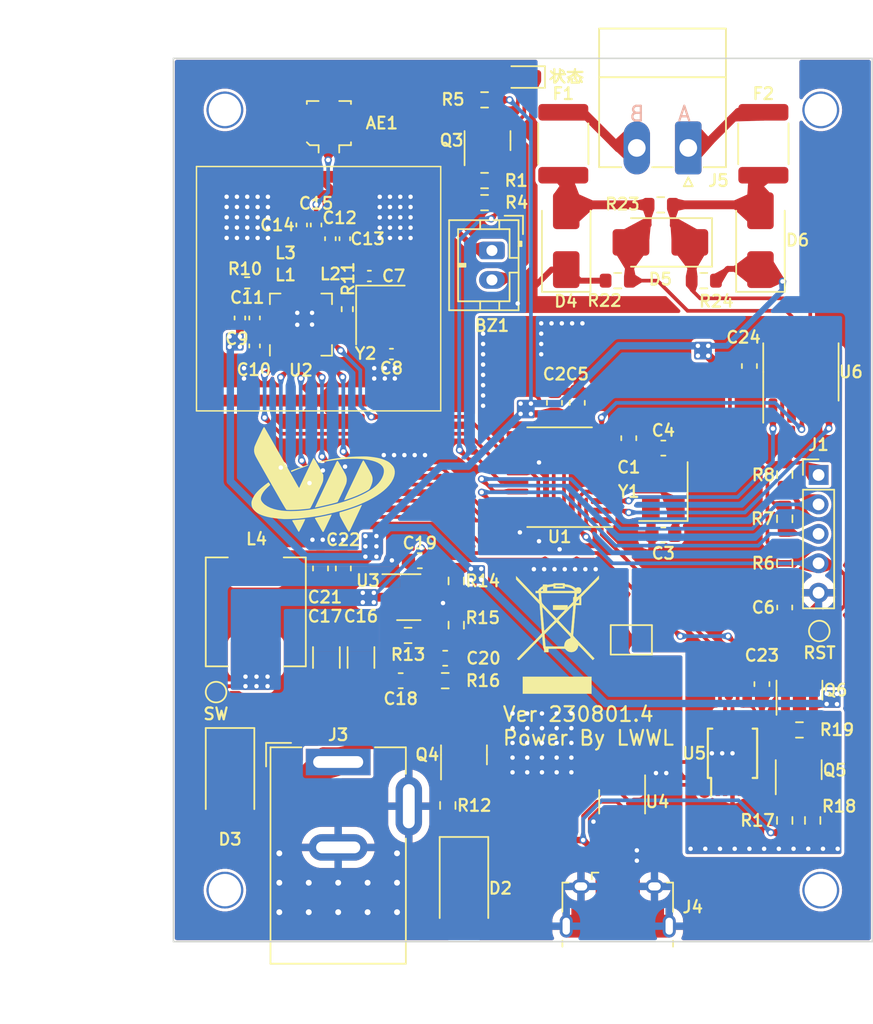
<source format=kicad_pcb>
(kicad_pcb (version 20221018) (generator pcbnew)
  (layers (0 "F.Cu" signal) (31 "B.Cu" signal) (34 "B.Paste" user) (35 "F.Paste" user) (36 "B.SilkS" user "B.Silkscreen") (37 "F.SilkS" user "F.Silkscreen") (38 "B.Mask" user) (39 "F.Mask" user) (44 "Edge.Cuts" user))
  (net 0 "")
  (net 1 "/nrf24l01/ANT")
  (net 2 "Net-(BZ1--)")
  (net 3 "Net-(BZ1-+)")
  (net 4 "Net-(U1-VCAP)")
  (net 5 "GNDD")
  (net 6 "/3V3")
  (net 7 "/OSC_IN")
  (net 8 "/OSC_OUT")
  (net 9 "/NRST")
  (net 10 "/nrf24l01/OSC_IN")
  (net 11 "/nrf24l01/OSC_OUT")
  (net 12 "Net-(U2-DVDD)")
  (net 13 "Net-(U2-VDD_PA)")
  (net 14 "Net-(C14-Pad1)")
  (net 15 "/power/VIN")
  (net 16 "GNDPWR")
  (net 17 "Net-(U3-VBST)")
  (net 18 "Net-(D2-K)")
  (net 19 "Net-(U3-VFB)")
  (net 20 "Net-(D4-A2)")
  (net 21 "Net-(D5-A1)")
  (net 22 "/power/USB_VBUS")
  (net 23 "/power/V-EXT")
  (net 24 "Net-(Q5-B)")
  (net 25 "/SWDIO")
  (net 26 "/SWCLK")
  (net 27 "Net-(U2-ANT1)")
  (net 28 "Net-(U2-ANT2)")
  (net 29 "/RF-CE")
  (net 30 "Net-(Q3-B)")
  (net 31 "/STAT")
  (net 32 "Net-(U2-IREF)")
  (net 33 "Net-(U3-EN)")
  (net 34 "Net-(Q5-C)")
  (net 35 "Net-(R14-Pad1)")
  (net 36 "/RF-NSS")
  (net 37 "/RXD-U")
  (net 38 "/RF-SCK")
  (net 39 "/RF-IRQ")
  (net 40 "/RF-MISO")
  (net 41 "/RF-MOSI")
  (net 42 "/TXD-U")
  (net 43 "/DIR-R")
  (net 44 "/power/USB_D+")
  (net 45 "/power/USB_D-")
  (net 46 "/power/D-")
  (net 47 "/power/D+")
  (net 51 "/power/SW")
  (net 52 "Net-(J5-Pin_2)")
  (net 53 "Net-(J5-Pin_1)")
  (net 55 "/TXD-R")
  (net 56 "/RXD-R")
  (net 57 "Net-(Q6-D)")
  (footprint "Package_TO_SOT_SMD:SOT-23-6" (layer "F.Cu") (at 66 86.6)
    (fp_text reference "U3")
    (fp_text value "TPS563201")
  )
  (footprint "Inductor_SMD:L_0402_1005Metric" (layer "F.Cu") (at 59.169293 64.666793 180)
    (fp_text reference "L1")
    (fp_text value "8.2nH")
  )
  (footprint "Connector_Phoenix_MC:PhoenixContact_MC_1,5_2-G-3.5_1x02_P3.50mm_Horizontal" (layer "F.Cu") (at 84.995 56.0825 180)
    (fp_text reference "J5")
    (fp_text value "RS485-R")
  )
  (footprint "Inductor_SMD:L_0402_1005Metric" (layer "F.Cu") (at 60.169293 63.666793)
    (fp_text reference "L2")
    (fp_text value "2.7nH")
  )
  (footprint "Capacitor_SMD:C_0402_1005Metric" (layer "F.Cu") (at 60.669293 62.25 -90)
    (fp_text reference "C12")
    (fp_text value "222")
  )
  (footprint "Capacitor_SMD:C_0603_1608Metric" (layer "F.Cu") (at 91.55 87.3 90)
    (fp_text reference "C6")
    (fp_text value "104")
  )
  (footprint "Crystal:Crystal_SMD_3225-4Pin_3.2x2.5mm" (layer "F.Cu") (at 83.3 79.425 90)
    (fp_text reference "Y1")
    (fp_text value "22.1184MHz")
  )
  (footprint "LwModule:R2R2-5_THT" (layer "F.Cu") (at 53.5 106.5)
    (fp_text reference "H2" hide)
    (fp_text value "左下")
  )
  (footprint "Connector_Coaxial:U.FL_Molex_MCRF_73412-0110_Vertical" (layer "F.Cu") (at 60.57 54.3975)
    (fp_text reference "AE1")
    (fp_text value "Antenna_Shield")
  )
  (footprint "Resistor_SMD:R_0603_1608Metric" (layer "F.Cu") (at 68.475 92.275 180)
    (fp_text reference "R16")
    (fp_text value "10K")
  )
  (footprint "LwModule:R2R2-5_THT" (layer "F.Cu") (at 94 53.5)
    (fp_text reference "H3" hide)
    (fp_text value "右上")
  )
  (footprint "Resistor_SMD:R_0603_1608Metric" (layer "F.Cu") (at 65.95 89.2)
    (fp_text reference "R13")
    (fp_text value "10K")
  )
  (footprint "Diode_SMD:D_SMA" (layer "F.Cu") (at 83.1 62.5 180)
    (fp_text reference "D5")
    (fp_text value "6V8C")
  )
  (footprint "Jumper:SolderJumper-2_P1.3mm_Open_TrianglePad1.0x1.5mm" (layer "F.Cu") (at 81.125 89.5)
    (fp_text reference "JP1" hide)
    (fp_text value "接地")
  )
  (footprint "Package_TO_SOT_SMD:SOT-23" (layer "F.Cu") (at 92.55 92.91875 90)
    (fp_text reference "Q6")
    (fp_text value "AO3401A")
  )
  (footprint "Resistor_SMD:R_0603_1608Metric" (layer "F.Cu") (at 91.55 81.275 -90)
    (fp_text reference "R7")
    (fp_text value "10K")
  )
  (footprint "LED_SMD:LED_0603_1608Metric" (layer "F.Cu") (at 73.77 51.2675 180)
    (fp_text reference "D1" hide)
    (fp_text value "STAT")
  )
  (footprint "Capacitor_SMD:C_0402_1005Metric" (layer "F.Cu") (at 55.519293 67.634293 90)
    (fp_text reference "C11")
    (fp_text value "102")
  )
  (footprint "Symbol:WEEE-Logo_5.6x8mm_SilkScreen" (layer "F.Cu") (at 76.1 89.15)
    (fp_text reference "REF**" hide)
    (fp_text value "WEEE-Logo_5.6x8mm_SilkScreen" hide)
  )
  (footprint "Resistor_SMD:R_0603_1608Metric" (layer "F.Cu") (at 71.15 59.8 180)
    (fp_text reference "R4")
    (fp_text value "4.7K")
  )
  (footprint "Package_TO_SOT_SMD:SOT-23" (layer "F.Cu") (at 71.35 55.5875 90)
    (fp_text reference "Q3")
    (fp_text value "SS8050")
  )
  (footprint "Inductor_SMD:L_0402_1005Metric" (layer "F.Cu") (at 58.719293 63.216793 90)
    (fp_text reference "L3")
    (fp_text value "3.9nH")
  )
  (footprint "LwModule:QFN-20-4x4mm_P0.5mm_EP2.5x2.5mm" (layer "F.Cu") (at 58.669293 68.084293 90)
    (fp_text reference "U2")
    (fp_text value "NRF24L01")
  )
  (footprint "Resistor_SMD:R_0603_1608Metric" (layer "F.Cu") (at 71.15 58.3 180)
    (fp_text reference "R1")
    (fp_text value "100K")
  )
  (footprint "Resistor_SMD:R_0603_1608Metric" (layer "F.Cu") (at 69.225 85.5 90)
    (fp_text reference "R14")
    (fp_text value "22K")
  )
  (footprint "Package_TO_SOT_SMD:SOT-23-6" (layer "F.Cu") (at 80.5 100.5 -90)
    (fp_text reference "U4")
    (fp_text value "USBLC6-2SC6")
  )
  (footprint "Resistor_SMD:R_0603_1608Metric" (layer "F.Cu") (at 71.15 52.8175 180)
    (fp_text reference "R5")
    (fp_text value "10K")
  )
  (footprint "Capacitor_SMD:C_0603_1608Metric" (layer "F.Cu") (at 83.3 76.475 180)
    (fp_text reference "C4")
    (fp_text value "22pF")
  )
  (footprint "Capacitor_SMD:C_0603_1608Metric" (layer "F.Cu") (at 89.15 70.9 90)
    (fp_text reference "C24")
    (fp_text value "104")
  )
  (footprint "Crystal:Crystal_SMD_3225-4Pin_3.2x2.5mm" (layer "F.Cu") (at 64.069293 67.434293 -90)
    (fp_text reference "Y2")
    (fp_text value "16MHz")
  )
  (footprint "Diode_SMD:D_SMA" (layer "F.Cu") (at 69.75 106.4 -90)
    (fp_text reference "D2")
    (fp_text value "SS24")
  )
  (footprint "Capacitor_SMD:C_0603_1608Metric" (layer "F.Cu") (at 83.3 82.375 180)
    (fp_text reference "C3")
    (fp_text value "22pF")
  )
  (footprint "Diode_SMD:D_SMA" (layer "F.Cu") (at 53.85 99 -90)
    (fp_text reference "D3")
    (fp_text value "SS24")
  )
  (footprint "Connector_PinHeader_2.00mm:PinHeader_1x05_P2.00mm_Vertical" (layer "F.Cu") (at 93.85 78.3)
    (fp_text reference "J1")
    (fp_text value "SWD")
  )
  (footprint "Capacitor_SMD:C_0402_1005Metric" (layer "F.Cu") (at 54.519293 67.634293 90)
    (fp_text reference "C9")
    (fp_text value "103")
  )
  (footprint "Capacitor_SMD:C_1206_3216Metric" (layer "F.Cu") (at 60.4 90.7 90)
    (fp_text reference "C17")
    (fp_text value "106")
  )
  (footprint "Capacitor_SMD:C_0603_1608Metric" (layer "F.Cu") (at 60 84.65 90)
    (fp_text reference "C21")
    (fp_text value "226")
  )
  (footprint "Package_SO:TSSOP-20_4.4x6.5mm_P0.65mm" (layer "F.Cu") (at 76.25 78.45 180)
    (fp_text reference "U1")
    (fp_text value "CX32L003F8P6")
  )
  (footprint "Fuse:Fuse_1812_4532Metric" (layer "F.Cu") (at 90.1 55.8 -90)
    (fp_text reference "F2")
    (fp_text value "Fuse_Small")
  )
  (footprint "Capacitor_SMD:C_0603_1608Metric" (layer "F.Cu") (at 80.95 75.8 90)
    (fp_text reference "C1")
    (fp_text value "1uF")
  )
  (footprint "Capacitor_SMD:C_0402_1005Metric" (layer "F.Cu") (at 58.719293 61.316793 90)
    (fp_text reference "C14")
    (fp_text value "1.5pF")
  )
  (footprint "Diode_SMD:D_SMA" (layer "F.Cu") (at 89.9 62.35 90)
    (fp_text reference "D6")
    (fp_text value "6V8C")
  )
  (footprint "Capacitor_SMD:C_0603_1608Metric" (layer "F.Cu") (at 61.55 84.65 90)
    (fp_text reference "C22")
    (fp_text value "226")
  )
  (footprint "Resistor_SMD:R_0603_1608Metric" (layer "F.Cu") (at 91.55 101.76875 90)
    (fp_text reference "R17")
    (fp_text value "10K")
  )
  (footprint "Capacitor_SMD:C_0402_1005Metric" (layer "F.Cu") (at 59.7 61.316793 -90)
    (fp_text reference "C15")
    (fp_text value "1.0pF")
  )
  (footprint "Resistor_SMD:R_0603_1608Metric" (layer "F.Cu") (at 86.05 65.1)
    (fp_text reference "R24")
    (fp_text value "4.7K")
  )
  (footprint "Resistor_SMD:R_0603_1608Metric" (layer "F.Cu") (at 80.2 65.1)
    (fp_text reference "R22")
    (fp_text value "4.7K")
  )
  (footprint "Resistor_SMD:R_0603_1608Metric" (layer "F.Cu") (at 69.225 88.5 90)
    (fp_text reference "R15")
    (fp_text value "10K")
  )
  (footprint "Resistor_SMD:R_0402_1005Metric" (layer "F.Cu") (at 61.819293 67.034293 90)
    (fp_text reference "R11")
    (fp_text value "1M")
  )
  (footprint "Connector_BarrelJack:BarrelJack_Wuerth_6941xx301002" (layer "F.Cu") (at 61.2 97.8)
    (fp_text reference "J3")
    (fp_text value "POWER-DRV")
  )
  (footprint "Capacitor_SMD:C_0402_1005Metric" (layer "F.Cu") (at 61.65 62.25 -90)
    (fp_text reference "C13")
    (fp_text value "4.7pF")
  )
  (footprint "Resistor_SMD:R_0603_1608Metric" (layer "F.Cu") (at 91.55 84.3 -90)
    (fp_text reference "R6")
    (fp_text value "10K")
  )
  (footprint "LwModule:R2R2-5_THT" (layer "F.Cu") (at 94 106.5)
    (fp_text reference "H4" hide)
    (fp_text value "右下")
  )
  (footprint "Resistor_SMD:R_0603_1608Metric" (layer "F.Cu") (at 92.55 95.61875 180)
    (fp_text reference "R19")
    (fp_text value "20K")
  )
  (footprint "LwModule:lwwl" (layer "F.Cu") (at 60.15 78.6)
    (fp_text reference "G***" hide)
    (fp_text value "LOGO" hide)
  )
  (footprint "Inductor_SMD:L_Abracon_ASPI-0630LR" (layer "F.Cu") (at 55.6 87.6 90)
    (fp_text reference "L4")
    (fp_text value "2.2uH")
  )
  (footprint "Resistor_SMD:R_0402_1005Metric" (layer "F.Cu") (at 55.019293 65.246793)
    (fp_text reference "R10")
    (fp_text value "22K")
  )
  (footprint "Package_TO_SOT_SMD:SOT-23" (layer "F.Cu") (at 92.5 98.31875 90)
    (fp_text reference "Q5")
    (fp_text value "SS8050")
  )
  (footprint "Resistor_SMD:R_0603_1608Metric" (layer "F.Cu") (at 93.45 101.76875 -90)
    (fp_text reference "R18")
    (fp_text value "100K")
  )
  (footprint "TestPoint:TestPoint_Pad_D1.0mm" (layer "F.Cu") (at 52.9 93.05)
    (fp_text reference "TP2" hide)
    (fp_text value "示波器探测")
  )
  (footprint "Capacitor_SMD:C_0603_1608Metric" (layer "F.Cu") (at 75.9 73.4 90)
    (fp_text reference "C2")
    (fp_text value "4.7uF")
  )
  (footprint "Capacitor_SMD:C_0603_1608Metric" (layer "F.Cu") (at 68.475 90.75)
    (fp_text reference "C20")
    (fp_text value "?")
  )
  (footprint "Capacitor_SMD:C_0402_1005Metric" (layer "F.Cu") (at 63.319293 64.784293)
    (fp_text reference "C7")
    (fp_text value "22pF")
  )
  (footprint "Resistor_SMD:R_0603_1608Metric" (layer "F.Cu") (at 83.1225 59.95)
    (fp_text reference "R23")
    (fp_text value "120")
  )
  (footprint "Connector_USB:USB_Micro-B_Amphenol_10118194_Horizontal" (layer "F.Cu") (at 80.2 107.65)
    (fp_text reference "J4")
    (fp_text value "USB_B_Micro")
  )
  (footprint "Capacitor_SMD:C_0603_1608Metric" (layer "F.Cu") (at 90 92.50625 90)
    (fp_text reference "C23")
    (fp_text value "104")
  )
  (footprint "Capacitor_SMD:C_0402_1005Metric" (layer "F.Cu") (at 64.819293 70.084293)
    (fp_text reference "C8")
    (fp_text value "22pF")
  )
  (footprint "Capacitor_SMD:C_0603_1608Metric" (layer "F.Cu") (at 65.45 92.275)
    (fp_text reference "C18")
    (fp_text value "104")
  )
  (footprint "Resistor_SMD:R_0603_1608Metric" (layer "F.Cu") (at 68.65 100.75 -90)
    (fp_text reference "R12")
    (fp_text value "100K")
  )
  (footprint "Package_SO:MSOP-10_3x3mm_P0.5mm" (layer "F.Cu") (at 88 97.20625 90)
    (fp_text reference "U5")
    (fp_text value "CH340X")
  )
  (footprint "TestPoint:TestPoint_Pad_D1.0mm" (layer "F.Cu") (at 93.9 88.9)
    (fp_text reference "TP1" hide)
    (fp_text value "RESET")
  )
  (footprint "LwModule:R2R2-5_THT" (layer "F.Cu") (at 53.5 53.5)
    (fp_text reference locked "H1" hide)
    (fp_text value "左上")
  )
  (footprint "Capacitor_SMD:C_0402_1005Metric" (layer "F.Cu") (at 55.519293 69.534293 -90)
    (fp_text reference "C10")
    (fp_text value "333")
  )
  (footprint "Capacitor_SMD:C_0603_1608Metric" (layer "F.Cu") (at 77.45 73.4 90)
    (fp_text reference "C5")
    (fp_text value "104")
  )
  (footprint "LwModule:shield-24l01" (layer "F.Cu") (at 59.869293 65.646793)
    (fp_text reference "J2" hide)
    (fp_text value "RFShield_OnePiece")
  )
  (footprint "Package_SO:SOP-8_3.9x4.9mm_P1.27mm" (layer "F.Cu") (at 92.65 71.3 90)
    (fp_text reference "U6")
    (fp_text value "MAX3485")
  )
  (footprint "Resistor_SMD:R_0603_1608Metric" (layer "F.Cu") (at 91.55 78.275 -90)
    (fp_text reference "R8")
    (fp_text value "10K")
  )
  (footprint "Fuse:Fuse_1812_4532Metric" (layer "F.Cu") (at 76.5 55.8 -90)
    (fp_text reference "F1")
    (fp_text value "Fuse_Small")
  )
  (footprint "Package_TO_SOT_SMD:SOT-23" (layer "F.Cu") (at 69.75 97.3125 90)
    (fp_text reference "Q4")
    (fp_text value "AO3401A")
  )
  (footprint "Connector_JST:JST_PH_B2B-PH-K_1x02_P2.00mm_Vertical" (layer "F.Cu") (at 71.65 63.05 -90)
    (fp_text reference "BZ1")
    (fp_text value "Buzzer")
  )
  (footprint "Diode_SMD:D_SMA" (layer "F.Cu") (at 76.7 62.35 90)
    (fp_text reference "D4")
    (fp_text value "6V8C")
  )
  (footprint "Capacitor_SMD:C_1206_3216Metric" (layer "F.Cu") (at 62.75 90.7 90)
    (fp_text reference "C16")
    (fp_text value "106")
  )
  (footprint "Capacitor_SMD:C_0603_1608Metric" (layer "F.Cu") (at 66.75 84.125)
    (fp_text reference "C19")
    (fp_text value "104")
  )
  (gr_line (start 50 110) (end 50 50) (stroke (width 0.1)) (layer "Edge.Cuts"))
  (gr_line (start 50 110) (end 97.5 110) (stroke (width 0.1)) (layer "Edge.Cuts"))
  (gr_line (start 50 50) (end 97.5 50) (stroke (width 0.1)) (layer "Edge.Cuts"))
  (gr_line (start 97.5 110) (end 97.5 50) (stroke (width 0.1)) (layer "Edge.Cuts"))
  (gr_text "A   B" (at 85.25 54.35) (layer "B.SilkS") (effects (font (size 1 1)) (justify left bottom mirror)))
  (gr_text "Ver 230801.4\nPower By LWWL" (at 72.3 96.75) (layer "F.SilkS") (effects (font (size 1 1)) (justify left bottom)))
  (gr_text "SW" (at 51.95 95) (layer "F.SilkS") (effects (font (size 0.8 0.8) (thickness 0.15) bold) (justify left bottom)))
  (gr_text "RST" (at 92.725 90.85) (layer "F.SilkS") (effects (font (size 0.8 0.8) (thickness 0.15) bold) (justify left bottom)))
  (gr_text "状态" (at 75.45 51.75) (layer "F.SilkS") (effects (font (size 0.8 0.8)) (justify left bottom)))
  (segment (start 58.719293 60.836793) (end 59.7 60.836793) (width 0.25) (layer "F.Cu") (net 1))
  (segment (start 59.7 59.9275) (end 59.7 60.836793) (width 0.25) (layer "F.Cu") (net 1))
  (segment (start 60.519293 55.948207) (end 60.57 55.8975) (width 0.25) (layer "F.Cu") (net 1))
  (segment (start 60.519293 56.9) (end 60.519293 55.948207) (width 0.25) (layer "F.Cu") (net 1))
  (via (at 59.7 59.9275) (size 0.5) (drill 0.3) (layers "F.Cu" "B.Cu") (net 1))
  (via (at 60.519293 56.9) (size 0.5) (drill 0.3) (layers "F.Cu" "B.Cu") (net 1))
  (segment (start 60.519293 59.108207) (end 60.519293 56.9) (width 0.25) (layer "B.Cu") (net 1))
  (segment (start 59.7 59.9275) (end 60.519293 59.108207) (width 0.25) (layer "B.Cu") (net 1))
  (segment (start 69.25 53.25) (end 71.2325 51.2675) (width 0.4) (layer "F.Cu") (net 2))
  (segment (start 69.25 61.7) (end 69.25 53.25) (width 0.4) (layer "F.Cu") (net 2))
  (segment (start 71.65 63.05) (end 70.6 63.05) (width 0.4) (layer "F.Cu") (net 2))
  (segment (start 70.6 63.05) (end 69.25 61.7) (width 0.4) (layer "F.Cu") (net 2))
  (segment (start 71.2325 51.2675) (end 72.9825 51.2675) (width 0.4) (layer "F.Cu") (net 2))
  (segment (start 71.35 54.65) (end 72.65 54.65) (width 0.4) (layer "F.Cu") (net 3))
  (segment (start 73.95 55.95) (end 73.95 63.85) (width 0.4) (layer "F.Cu") (net 3))
  (segment (start 71.35 54.65) (end 72.4 54.65) (width 0.4) (layer "F.Cu") (net 3))
  (segment (start 72.4 54.65) (end 73.05 54.65) (width 0.25) (layer "F.Cu") (net 3))
  (segment (start 73.85 53.85) (end 73.85 53.1) (width 0.25) (layer "F.Cu") (net 3))
  (segment (start 73.95 63.85) (end 72.75 65.05) (width 0.4) (layer "F.Cu") (net 3))
  (segment (start 73.05 54.65) (end 73.85 53.85) (width 0.25) (layer "F.Cu") (net 3))
  (segment (start 73.85 53.1) (end 74.5575 52.3925) (width 0.25) (layer "F.Cu") (net 3))
  (segment (start 72.65 54.65) (end 73.95 55.95) (width 0.4) (layer "F.Cu") (net 3))
  (segment (start 72.75 65.05) (end 71.65 65.05) (width 0.4) (layer "F.Cu") (net 3))
  (segment (start 74.5575 52.3925) (end 74.5575 51.2675) (width 0.25) (layer "F.Cu") (net 3))
  (segment (start 79.1125 76.825) (end 80.95 76.825) (width 0.25) (layer "F.Cu") (net 4))
  (segment (start 94.15 99.25625) (end 94.65 99.75625) (width 0.6) (layer "F.Cu") (net 5))
  (segment (start 82.45 82.3) (end 82.525 82.375) (width 0.6) (layer "F.Cu") (net 5))
  (segment (start 88 99.40625) (end 88 97.21875) (width 0.25) (layer "F.Cu") (net 5))
  (segment (start 94.65 99.75625) (end 94.65 102.05625) (width 0.6) (layer "F.Cu") (net 5))
  (segment (start 92.675 88.075) (end 93.85 86.9) (width 0.25) (layer "F.Cu") (net 5))
  (segment (start 94.1125 102.59375) (end 93.45 102.59375) (width 0.6) (layer "F.Cu") (net 5))
  (segment (start 82.45 80.525) (end 82.45 82.3) (width 0.6) (layer "F.Cu") (net 5))
  (segment (start 94.65 102.05625) (end 94.1125 102.59375) (width 0.6) (layer "F.Cu") (net 5))
  (segment (start 91.55 88.075) (end 92.675 88.075) (width 0.25) (layer "F.Cu") (net 5))
  (segment (start 93.45 99.25625) (end 94.15 99.25625) (width 0.6) (layer "F.Cu") (net 5))
  (segment (start 93.85 86.9) (end 93.85 86.3) (width 0.25) (layer "F.Cu") (net 5))
  (via (at 94.15 103.69375) (size 0.5) (drill 0.3) (layers "F.Cu" "B.Cu") (net 5))
  (via (at 76.25 83.35) (size 0.5) (drill 0.3) (layers "F.Cu" "B.Cu") (net 5))
  (via (at 88.15 103.69375) (size 0.5) (drill 0.3) (layers "F.Cu" "B.Cu") (net 5))
  (via (at 74.85 77.45) (size 0.5) (drill 0.3) (layers "F.Cu" "B.Cu") (net 5))
  (via (at 71.05 72.2) (size 0.5) (drill 0.3) (layers "F.Cu" "B.Cu") (net 5))
  (via (at 77.8 68) (size 0.5) (drill 0.3) (layers "F.Cu" "B.Cu") (net 5))
  (via (at 92.15 103.69375) (size 0.5) (drill 0.3) (layers "F.Cu" "B.Cu") (net 5))
  (via (at 75 70.1) (size 0.5) (drill 0.3) (layers "F.Cu" "B.Cu") (net 5))
  (via (at 89.15 103.69375) (size 0.5) (drill 0.3) (layers "F.Cu" "B.Cu") (net 5))
  (via (at 71.05 68.7) (size 0.5) (drill 0.3) (layers "F.Cu" "B.Cu") (net 5))
  (via (at 71.05 69.4) (size 0.5) (drill 0.3) (layers "F.Cu" "B.Cu") (net 5))
  (via (at 75 68.7) (size 0.5) (drill 0.3) (layers "F.Cu" "B.Cu") (net 5))
  (via (at 90.15 103.69375) (size 0.5) (drill 0.3) (layers "F.Cu" "B.Cu") (net 5))
  (via (at 77.1 68) (size 0.5) (drill 0.3) (layers "F.Cu" "B.Cu") (net 5))
  (via (at 71.05 73.6) (size 0.5) (drill 0.3) (layers "F.Cu" "B.Cu") (net 5))
  (via (at 71.05 70.1) (size 0.5) (drill 0.3) (layers "F.Cu" "B.Cu") (net 5))
  (via (at 86.6 97.20625) (size 0.5) (drill 0.3) (layers "F.Cu" "B.Cu") (net 5))
  (via (at 76.4 68) (size 0.5) (drill 0.3) (layers "F.Cu" "B.Cu") (net 5))
  (via (at 71.05 71.5) (size 0.5) (drill 0.3) (layers "F.Cu" "B.Cu") (net 5))
  (via (at 75 68) (size 0.5) (drill 0.3) (layers "F.Cu" "B.Cu") (net 5))
  (via (at 75 69.4) (size 0.5) (drill 0.3) (layers "F.Cu" "B.Cu") (net 5))
  (via (at 93.15 103.69375) (size 0.5) (drill 0.3) (layers "F.Cu" "B.Cu") (net 5))
  (via (at 75.7 68) (size 0.5) (drill 0.3) (layers "F.Cu" "B.Cu") (net 5))
  (via (at 87.3 97.20625) (size 0.5) (drill 0.3) (layers "F.Cu" "B.Cu") (net 5))
  (via (at 74.85 82.8) (size 0.5) (drill 0.3) (layers "F.Cu" "B.Cu") (net 5))
  (via (at 91.15 103.69375) (size 0.5) (drill 0.3) (layers "F.Cu" "B.Cu") (net 5))
  (via (at 87.15 103.69375) (size 0.5) (drill 0.3) (layers "F.Cu" "B.Cu") (net 5))
  (via (at 85.15 103.69375) (size 0.5) (drill 0.3) (layers "F.Cu" "B.Cu") (net 5))
  (via (at 86.15 103.69375) (size 0.5) (drill 0.3) (layers "F.Cu" "B.Cu") (net 5))
  (via (at 73.55 82.2) (size 0.5) (drill 0.3) (layers "F.Cu" "B.Cu") (net 5))
  (via (at 71.05 72.9) (size 0.5) (drill 0.3) (layers "F.Cu" "B.Cu") (net 5))
  (via (at 95.15 103.69375) (size 0.5) (drill 0.3) (layers "F.Cu" "B.Cu") (net 5))
  (via (at 88 97.20625) (size 0.5) (drill 0.3) (layers "F.Cu" "B.Cu") (net 5))
  (via (at 71.05 70.8) (size 0.5) (drill 0.3) (layers "F.Cu" "B.Cu") (net 5))
  (segment (start 57.657 68.084293) (end 57.669293 68.072) (width 0.25) (layer "F.Cu") (net 6))
  (segment (start 89.375 64.35) (end 89.325 64.3) (width 0.4) (layer "F.Cu") (net 6))
  (segment (start 90.745 70.705) (end 89.775 71.675) (width 0.4) (layer "F.Cu") (net 6))
  (segment (start 77.45 74.175) (end 75.9 74.175) (width 0.4) (layer "F.Cu") (net 6))
  (segment (start 87.825 75.525) (end 90.375 78.075) (width 0.25) (layer "F.Cu") (net 6))
  (segment (start 93.5 93.85625) (end 93.5 95.49375) (width 0.25) (layer "F.Cu") (net 6))
  (segment (start 89.325 64.3) (end 87.675 64.3) (width 0.4) (layer "F.Cu") (net 6))
  (segment (start 77.925 76.175) (end 77.45 75.7) (width 0.4) (layer "F.Cu") (net 6))
  (segment (start 89.775 71.675) (end 89.15 71.675) (width 0.4) (layer "F.Cu") (net 6))
  (segment (start 89.9 64.35) (end 90.6 64.35) (width 0.4) (layer "F.Cu") (net 6))
  (segment (start 69.225 84.675) (end 70.175 84.675) (width 0.25) (layer "F.Cu") (net 6))
  (segment (start 79.1125 76.175) (end 77.925 76.175) (width 0.4) (layer "F.Cu") (net 6))
  (segment (start 70.2 85.4) (end 70.225 85.425) (width 0.25) (layer "F.Cu") (net 6))
  (segment (start 57.35 83.875) (end 56.65 84.575) (width 0.9) (layer "F.Cu") (net 6))
  (segment (start 56.731793 68.084293) (end 55.549293 68.084293) (width 0.25) (layer "F.Cu") (net 6))
  (segment (start 93.5 93.85625) (end 95.0875 93.85625) (width 0.5) (layer "F.Cu") (net 6))
  (segment (start 93.025 77.475) (end 90.975 77.475) (width 0.25) (layer "F.Cu") (net 6))
  (segment (start 90.375 78.075) (end 90.375 79.775) (width 0.25) (layer "F.Cu") (net 6))
  (segment (start 91.05 80.45) (end 90.375 79.775) (width 0.25) (layer "F.Cu") (net 6))
  (segment (start 55.549293 68.084293) (end 55.519293 68.114293) (width 0.25) (layer "F.Cu") (net 6))
  (segment (start 75.875 74.15) (end 75.9 74.175) (width 0.5) (layer "F.Cu") (net 6))
  (segment (start 70.475 90.125) (end 69.85 90.75) (width 0.25) (layer "F.Cu") (net 6))
  (segment (start 86.35 70.2) (end 87.825 71.675) (width 0.6) (layer "F.Cu") (net 6))
  (segment (start 54.519293 68.114293) (end 55.519293 68.114293) (width 0.5) (layer "F.Cu") (net 6))
  (segment (start 57.669293 68.072) (end 57.669293 66.146793) (width 0.25) (layer "F.Cu") (net 6))
  (segment (start 63.8 83.15) (end 63.075 83.875) (width 0.9) (layer "F.Cu") (net 6))
  (segment (start 90.375 79.775) (end 90.375 82.875) (width 0.25) (layer "F.Cu") (net 6))
  (segment (start 73.6 74.15) (end 75.875 74.15) (width 0.5) (layer "F.Cu") (net 6))
  (segment (start 58.0136 69.088) (end 57.669293 68.743693) (width 0.25) (layer "F.Cu") (net 6))
  (segment (start 57.669293 68.743693) (end 57.669293 68.072) (width 0.25) (layer "F.Cu") (net 6))
  (segment (start 93.5 95.49375) (end 93.375 95.61875) (width 0.25) (layer "F.Cu") (net 6))
  (segment (start 90.6 64.35) (end 91.4 65.15) (width 0.4) (layer "F.Cu") (net 6))
  (segment (start 87.825 71.675) (end 89.15 71.675) (width 0.6) (layer "F.Cu") (net 6))
  (segment (start 59.412 69.088) (end 58.0136 69.088) (width 0.25) (layer "F.Cu") (net 6))
  (segment (start 90.975 83.475) (end 91.55 83.475) (width 0.25) (layer "F.Cu") (net 6))
  (segment (start 69.85 90.75) (end 69.25 90.75) (width 0.25) (layer "F.Cu") (net 6))
  (segment (start 93.85 78.3) (end 93.025 77.475) (width 0.25) (layer "F.Cu") (net 6))
  (segment (start 77.45 75.7) (end 77.45 74.175) (width 0.4) (layer "F.Cu") (net 6))
  (segment (start 63.075 83.875) (end 57.35 83.875) (width 0.9) (layer "F.Cu") (net 6))
  (segment (start 87.675 64.3) (end 86.875 65.1) (width 0.4) (layer "F.Cu") (net 6))
  (segment (start 72.85 52.8175) (end 72.2325 52.8175) (width 0.25) (layer "F.Cu") (net 6))
  (segment (start 59.915707 68.584293) (end 59.412 69.088) (width 0.25) (layer "F.Cu") (net 6))
  (segment (start 91.55 80.45) (end 91.05 80.45) (width 0.25) (layer "F.Cu") (net 6))
  (segment (start 70.225 85.425) (end 70.475 85.675) (width 0.25) (layer "F.Cu") (net 6))
  (segment (start 56.731793 68.084293) (end 57.657 68.084293) (width 0.25) (layer "F.Cu") (net 6))
  (segment (start 90.975 77.475) (end 90.375 78.075) (width 0.25) (layer "F.Cu") (net 6))
  (segment (start 87.825 71.675) (end 87.825 75.525) (width 0.25) (layer "F.Cu") (net 6))
  (segment (start 60.606793 68.584293) (end 59.915707 68.584293) (width 0.25) (layer "F.Cu") (net 6))
  (segment (start 90.375 82.875) (end 90.975 83.475) (width 0.25) (layer "F.Cu") (net 6))
  (segment (start 70.325 85.525) (end 70.225 85.425) (width 0.25) (layer "F.Cu") (net 6))
  (segment (start 70.475 85.675) (end 70.475 90.125) (width 0.25) (layer "F.Cu") (net 6))
  (segment (start 95.0875 93.85625) (end 95.1 93.86875) (width 0.5) (layer "F.Cu") (net 6))
  (segment (start 90.745 68.675) (end 90.745 70.705) (width 0.4) (layer "F.Cu") (net 6))
  (segment (start 54.519293 68.896793) (end 54.519293 68.114293) (width 0.5) (layer "F.Cu") (net 6))
  (via (at 94.4 93.85625) (size 0.5) (drill 0.3) (layers "F.Cu" "B.Cu") (net 6))
  (via (at 85.65 70.2) (size 0.5) (drill 0.3) (layers "F.Cu" "B.Cu") (net 6))
  (via (at 54.519293 68.896793) (size 0.5) (drill 0.3) (layers "F.Cu" "B.Cu") (net 6))
  (via (at 63.05 83.85) (size 0.5) (drill 0.3) (layers "F.Cu" "B.Cu") (net 6))
  (via (at 63.05 83.15) (size 0.5) (drill 0.3) (layers "F.Cu" "B.Cu") (net 6))
  (via (at 70.225 85.425) (size 0.5) (drill 0.3) (layers "F.Cu" "B.Cu") (net 6))
  (via (at 86.35 69.525) (size 0.5) (drill 0.3) (layers "F.Cu" "B.Cu") (net 6))
  (via (at 95.1 93.86875) (size 0.5) (drill 0.3) (layers "F.Cu" "B.Cu") (net 6))
  (via (at 86.35 70.2) (size 0.5) (drill 0.3) (layers "F.Cu" "B.Cu") (net 6))
  (via (at 72.85 52.8175) (size 0.5) (drill 0.3) (layers "F.Cu" "B.Cu") (net 6))
  (via (at 63.05 82.45) (size 0.5) (drill 0.3) (layers "F.Cu" "B.Cu") (net 6))
  (via (at 70.925 84.675) (size 0.5) (drill 0.3) (layers "F.Cu" "B.Cu") (net 6))
  (via (at 63.8 82.45) (size 0.5) (drill 0.3) (layers "F.Cu" "B.Cu") (net 6))
  (via (at 70.225 84.675) (size 0.5) (drill 0.3) (layers "F.Cu" "B.Cu") (net 6))
  (via (at 63.8 83.15) (size 0.5) (drill 0.3) (layers "F.Cu" "B.Cu") (net 6))
  (via (at 54.519293 69.596793) (size 0.5) (drill 0.3) (layers "F.Cu" "B.Cu") (net 6))
  (via (at 70.925 85.425) (size 0.5) (drill 0.3) (layers "F.Cu" "B.Cu") (net 6))
  (via (at 95.1 93.16875) (size 0.5) (drill 0.3) (layers "F.Cu" "B.Cu") (net 6))
  (via (at 85.65 69.525) (size 0.5) (drill 0.3) (layers "F.Cu" "B.Cu") (net 6))
  (via (at 53.819293 68.896793) (size 0.5) (drill 0.3) (layers "F.Cu" "B.Cu") (net 6))
  (via (at 63.8 83.85) (size 0.5) (drill 0.3) (layers "F.Cu" "B.Cu") (net 6))
  (via (at 94.4 93.15625) (size 0.5) (drill 0.3) (layers "F.Cu" "B.Cu") (net 6))
  (via (at 74.3 74.15) (size 0.5) (drill 0.3) (layers "F.Cu" "B.Cu") (net 6))
  (via (at 91.4 65.15) (size 0.5) (drill 0.3) (layers "F.Cu" "B.Cu") (net 6))
  (via (at 53.819293 69.596793) (size 0.5) (drill 0.3) (layers "F.Cu" "B.Cu") (net 6))
  (via (at 73.6 73.45) (size 0.5) (drill 0.3) (layers "F.Cu" "B.Cu") (net 6))
  (via (at 73.6 74.15) (size 0.5) (drill 0.3) (layers "F.Cu" "B.Cu") (net 6))
  (via (at 74.3 73.45) (size 0.5) (drill 0.3) (layers "F.Cu" "B.Cu") (net 6))
  (segment (start 63.8 82.75) (end 64.675 81.875) (width 0.5) (layer "B.Cu") (net 6))
  (segment (start 80.28 69.525) (end 86.35 69.525) (width 0.5) (layer "B.Cu") (net 6))
  (segment (start 67.375 81.875) (end 70.925 85.425) (width 0.5) (layer "B.Cu") (net 6))
  (segment (start 72.85 52.8175) (end 74.3 54.2675) (width 0.25) (layer "B.Cu") (net 6))
  (segment (start 53.87 69.6475) (end 53.87 78.72) (width 0.5) (layer "B.Cu") (net 6))
  (segment (start 73.6 73.45) (end 76.355 73.45) (width 0.5) (layer "B.Cu") (net 6))
  (segment (start 91.4 65.15) (end 91.4 65.75) (width 0.4) (layer "B.Cu") (net 6))
  (segment (start 63.8 82.075) (end 68.175 77.7) (width 0.5) (layer "B.Cu") (net 6))
  (segment (start 64.675 81.875) (end 67.375 81.875) (width 0.5) (layer "B.Cu") (net 6))
  (segment (start 68.175 77.7) (end 70.05 77.7) (width 0.5) (layer "B.Cu") (net 6))
  (segment (start 70.225 84.675) (end 79.375 93.825) (width 0.5) (layer "B.Cu") (net 6))
  (segment (start 53.87 78.72) (end 59 83.85) (width 0.5) (layer "B.Cu") (net 6))
  (segment (start 59 83.85) (end 63.8 83.85) (width 0.5) (layer "B.Cu") (net 6))
  (segment (start 74.3 54.2675) (end 74.3 73.45) (width 0.25) (layer "B.Cu") (net 6))
  (segment (start 63.8 83.85) (end 63.8 82.075) (width 0.5) (layer "B.Cu") (net 6))
  (segment (start 76.355 73.45) (end 80.28 69.525) (width 0.5) (layer "B.Cu") (net 6))
  (segment (start 91.4 65.75) (end 87.625 69.525) (width 0.4) (layer "B.Cu") (net 6))
  (segment (start 53.819293 69.596793) (end 53.87 69.6475) (width 0.5) (layer "B.Cu") (net 6))
  (segment (start 79.375 93.825) (end 95.1 93.825) (width 0.5) (layer "B.Cu") (net 6))
  (segment (start 70.05 77.7) (end 74.3 73.45) (width 0.5) (layer "B.Cu") (net 6))
  (segment (start 87.625 69.525) (end 86.35 69.525) (width 0.4) (layer "B.Cu") (net 6))
  (segment (start 63.8 83.85) (end 63.8 82.75) (width 0.5) (layer "B.Cu") (net 6))
  (segment (start 84.15 80.425) (end 84.15 80.525) (width 0.25) (layer "F.Cu") (net 7))
  (segment (start 80.8 78.775) (end 81.45 79.425) (width 0.25) (layer "F.Cu") (net 7))
  (segment (start 81.45 79.425) (end 83.15 79.425) (width 0.25) (layer "F.Cu") (net 7))
  (segment (start 83.15 79.425) (end 84.15 80.425) (width 0.25) (layer "F.Cu") (net 7))
  (segment (start 79.1125 78.775) (end 80.8 78.775) (width 0.25) (layer "F.Cu") (net 7))
  (segment (start 84.15 82.3) (end 84.075 82.375) (width 0.25) (layer "F.Cu") (net 7))
  (segment (start 84.15 80.525) (end 84.15 82.3) (width 0.25) (layer "F.Cu") (net 7))
  (segment (start 79.1125 78.125) (end 81.875 78.125) (width 0.25) (layer "F.Cu") (net 8))
  (segment (start 82.525 78.25) (end 82.45 78.325) (width 0.25) (layer "F.Cu") (net 8))
  (segment (start 82.525 76.475) (end 82.525 78.25) (width 0.25) (layer "F.Cu") (net 8))
  (segment (start 91.55 85.125) (end 92.175 85.125) (width 0.25) (layer "F.Cu") (net 9))
  (segment (start 93.85 84.3) (end 94.85 84.3) (width 0.25) (layer "F.Cu") (net 9))
  (segment (start 95.625 85.075) (end 95.625 87.175) (width 0.25) (layer "F.Cu") (net 9))
  (segment (start 92.175 85.125) (end 93 84.3) (width 0.25) (layer "F.Cu") (net 9))
  (segment (start 77.95 79.425) (end 79.1125 79.425) (width 0.25) (layer "F.Cu") (net 9))
  (segment (start 94.85 84.3) (end 95.625 85.075) (width 0.25) (layer "F.Cu") (net 9))
  (segment (start 91.55 85.125) (end 91.55 86.525) (width 0.25) (layer "F.Cu") (net 9))
  (segment (start 93 84.3) (end 93.85 84.3) (width 0.25) (layer "F.Cu") (net 9))
  (segment (start 78.05 82.5) (end 77.6 82.05) (width 0.25) (layer "F.Cu") (net 9))
  (segment (start 77.6 79.775) (end 77.95 79.425) (width 0.25) (layer "F.Cu") (net 9))
  (segment (start 77.6 82.05) (end 77.6 79.775) (width 0.25) (layer "F.Cu") (net 9))
  (segment (start 95.625 87.175) (end 93.9 88.9) (width 0.25) (layer "F.Cu") (net 9))
  (via (at 78.05 82.5) (size 0.5) (drill 0.3) (layers "F.Cu" "B.Cu") (net 9))
  (segment (start 79.85 84.3) (end 93.85 84.3) (width 0.25) (layer "B.Cu") (net 9))
  (segment (start 78.05 82.5) (end 79.85 84.3) (width 0.25) (layer "B.Cu") (net 9))
  (segment (start 63.029293 66.524293) (end 63.219293 66.334293) (width 0.25) (layer "F.Cu") (net 10))
  (segment (start 61.194293 66.496793) (end 61.791793 66.496793) (width 0.25) (layer "F.Cu") (net 10))
  (segment (start 62.839293 65.954293) (end 63.219293 66.334293) (width 0.25) (layer "F.Cu") (net 10))
  (segment (start 62.839293 64.784293) (end 62.839293 65.954293) (width 0.25) (layer "F.Cu") (net 10))
  (segment (start 60.606793 67.084293) (end 61.194293 66.496793) (width 0.25) (layer "F.Cu") (net 10))
  (segment (start 61.791793 66.496793) (end 61.819293 66.524293) (width 0.25) (layer "F.Cu") (net 10))
  (segment (start 61.819293 66.524293) (end 63.029293 66.524293) (width 0.25) (layer "F.Cu") (net 10))
  (segment (start 64.919293 68.434293) (end 64.919293 68.534293) (width 0.25) (layer "F.Cu") (net 11))
  (segment (start 65.299293 68.914293) (end 64.919293 68.534293) (width 0.25) (layer "F.Cu") (net 11))
  (segment (start 63.931793 67.446793) (end 64.919293 68.434293) (width 0.25) (layer "F.Cu") (net 11))
  (segment (start 61.779293 67.584293) (end 61.819293 67.544293) (width 0.25) (layer "F.Cu") (net 11))
  (segment (start 65.299293 70.084293) (end 65.299293 68.914293) (width 0.25) (layer "F.Cu") (net 11))
  (segment (start 61.916793 67.446793) (end 63.931793 67.446793) (width 0.25) (layer "F.Cu") (net 11))
  (segment (start 60.606793 67.584293) (end 61.779293 67.584293) (width 0.25) (layer "F.Cu") (net 11))
  (segment (start 61.819293 67.544293) (end 61.916793 67.446793) (width 0.25) (layer "F.Cu") (net 11))
  (segment (start 55.519293 69.054293) (end 55.989293 68.584293) (width 0.2) (layer "F.Cu") (net 12))
  (segment (start 55.989293 68.584293) (end 56.731793 68.584293) (width 0.2) (layer "F.Cu") (net 12))
  (segment (start 60.669293 65.446793) (end 60.669293 62.696793) (width 0.25) (layer "F.Cu") (net 13))
  (segment (start 60.669293 62.696793) (end 61.669293 62.696793) (width 0.25) (layer "F.Cu") (net 13))
  (segment (start 59.969293 66.146793) (end 60.669293 65.446793) (width 0.25) (layer "F.Cu") (net 13))
  (segment (start 59.669293 66.146793) (end 59.969293 66.146793) (width 0.25) (layer "F.Cu") (net 13))
  (segment (start 58.719293 61.796793) (end 58.719293 62.731793) (width 0.25) (layer "F.Cu") (net 14))
  (segment (start 55.65 94.15) (end 58.425 94.15) (width 1) (layer "F.Cu") (net 15))
  (segment (start 69.875 94.15) (end 58.425 94.15) (width 0.6) (layer "F.Cu") (net 15))
  (segment (start 71.55 97.4) (end 71.55 95.825) (width 0.6) (layer "F.Cu") (net 15))
  (segment (start 70.7 98.25) (end 71.55 97.4) (width 0.6) (layer "F.Cu") (net 15))
  (segment (start 58.425 94.15) (end 60.4 92.175) (width 1) (layer "F.Cu") (net 15))
  (segment (start 53.85 95.95) (end 55.65 94.15) (width 1) (layer "F.Cu") (net 15))
  (segment (start 53.85 97) (end 53.85 95.95) (width 1) (layer "F.Cu") (net 15))
  (segment (start 71.55 95.825) (end 69.875 94.15) (width 0.6) (layer "F.Cu") (net 15))
  (segment (start 81 100.5) (end 81.85 100.5) (width 0.25) (layer "F.Cu") (net 16))
  (segment (start 55.519293 70.014293) (end 55.801793 70.014293) (width 0.2) (layer "F.Cu") (net 16))
  (segment (start 77.625 65.1) (end 79.375 65.1) (width 0.4) (layer "F.Cu") (net 16))
  (segment (start 62.359293 61.736793) (end 63.819293 63.196793) (width 0.25) (layer "F.Cu") (net 16))
  (segment (start 81.85 100.5) (end 82.7 101.35) (width 0.25) (layer "F.Cu") (net 16))
  (segment (start 54.509293 67.144293) (end 54.519293 67.154293) (width 0.25) (layer "F.Cu") (net 16))
  (segment (start 64.919293 66.334293) (end 64.919293 65.396793) (width 0.25) (layer "F.Cu") (net 16))
  (segment (start 61.55 85.425) (end 64.6375 85.425) (width 0.25) (layer "F.Cu") (net 16))
  (segment (start 63.219293 68.534293) (end 63.219293 69.646793) (width 0.25) (layer "F.Cu") (net 16))
  (segment (start 64.6375 85.425) (end 64.8625 85.65) (width 0.25) (layer "F.Cu") (net 16))
  (segment (start 59.469293 68.084293) (end 61.388755 68.084293) (width 0.25) (layer "F.Cu") (net 16))
  (segment (start 63.819293 63.196793) (end 63.819293 64.764293) (width 0.25) (layer "F.Cu") (net 16))
  (segment (start 56.731793 67.584293) (end 55.949293 67.584293) (width 0.25) (layer "F.Cu") (net 16))
  (segment (start 63.219293 69.646793) (end 63.669293 70.096793) (width 0.25) (layer "F.Cu") (net 16))
  (segment (start 54.509293 65.246793) (end 54.509293 67.144293) (width 0.25) (layer "F.Cu") (net 16))
  (segment (start 82.7 101.35) (end 82.7 106.25) (width 0.25) (layer "F.Cu") (net 16))
  (segment (start 63.669293 70.096793) (end 64.326793 70.096793) (width 0.25) (layer "F.Cu") (net 16))
  (segment (start 64.306793 64.784293) (end 63.799293 64.784293) (width 0.25) (layer "F.Cu") (net 16))
  (segment (start 75.7 64.35) (end 76.875 64.35) (width 0.4) (layer "F.Cu") (net 16))
  (segment (start 63.819293 64.764293) (end 63.799293 64.784293) (width 0.25) (layer "F.Cu") (net 16))
  (segment (start 64.8625 84.1125) (end 64.85 84.1) (width 0.25) (layer "F.Cu") (net 16))
  (segment (start 60.669293 61.736793) (end 62.359293 61.736793) (width 0.25) (layer "F.Cu") (net 16))
  (segment (start 55.949293 67.584293) (end 55.519293 67.154293) (width 0.25) (layer "F.Cu") (net 16))
  (segment (start 55.801793 70.014293) (end 56.731793 69.084293) (width 0.2) (layer "F.Cu") (net 16))
  (segment (start 76.875 64.35) (end 77.625 65.1) (width 0.4) (layer "F.Cu") (net 16))
  (segment (start 64.919293 65.396793) (end 64.306793 64.784293) (width 0.25) (layer "F.Cu") (net 16))
  (segment (start 80.5 99.3625) (end 80.5 100) (width 0.25) (layer "F.Cu") (net 16))
  (segment (start 55.519293 67.154293) (end 54.519293 67.154293) (width 0.25) (layer "F.Cu") (net 16))
  (segment (start 64.326793 70.096793) (end 64.339293 70.084293) (width 0.25) (layer "F.Cu") (net 16))
  (segment (start 61.388755 68.084293) (end 61.838755 68.534293) (width 0.25) (layer "F.Cu") (net 16))
  (segment (start 73.4 66.65) (end 75.7 64.35) (width 0.4) (layer "F.Cu") (net 16))
  (segment (start 64.8625 85.65) (end 64.8625 84.1125) (width 0.25) (layer "F.Cu") (net 16))
  (segment (start 61.838755 68.534293) (end 63.219293 68.534293) (width 0.25) (layer "F.Cu") (net 16))
  (segment (start 80.5 100) (end 81 100.5) (width 0.25) (layer "F.Cu") (net 16))
  (via (at 73.05 95.5) (size 0.5) (drill 0.3) (layers "F.Cu" "B.Cu") (net 16))
  (via (at 61.666589 77.733411) (size 0.5) (drill 0.3) (layers "F.Cu" "B.Cu") (net 16))
  (via (at 53.619293 59.4) (size 0.5) (drill 0.3) (layers "F.Cu" "B.Cu") (net 16))
  (via (at 65 76.95) (size 0.5) (drill 0.3) (layers "F.Cu" "B.Cu") (net 16))
  (via (at 64.3 76.95) (size 0.5) (drill 0.3) (layers "F.Cu" "B.Cu") (net 16))
  (via (at 55.019293 62.196793) (size 0.5) (drill 0.3) (layers "F.Cu" "B.Cu") (net 16))
  (via (at 77.05 98.5) (size 0.5) (drill 0.3) (layers "F.Cu" "B.Cu") (net 16))
  (via (at 73.05 96.5) (size 0.5) (drill 0.3) (layers "F.Cu" "B.Cu") (net 16))
  (via (at 74.05 98.5) (size 0.5) (drill 0.3) (layers "F.Cu" "B.Cu") (net 16))
  (via (at 55.019293 61.496793) (size 0.5) (drill 0.3) (layers "F.Cu" "B.Cu") (net 16))
  (via (at 64.719293 60.8) (size 0.5) (drill 0.3) (layers "F.Cu" "B.Cu") (net 16))
  (via (at 75.05 96.5) (size 0.5) (drill 0.3) (layers "F.Cu" "B.Cu") (net 16))
  (via (at 54.799293 71.749293) (size 0.5) (drill 0.3) (layers "F.Cu" "B.Cu") (net 16))
  (via (at 54.799293 71.046793) (size 0.5) (drill 0.3) (layers "F.Cu" "B.Cu") (net 16))
  (via (at 76.05 97.5) (size 0.5) (drill 0.3) (layers "F.Cu" "B.Cu") (net 16))
  (via (at 65.419293 60.8) (size 0.5) (drill 0.3) (layers "F.Cu" "B.Cu") (net 16))
  (via (at 61.2 108) (size 0.8) (drill 0.4) (layers "F.Cu" "B.Cu") (net 16))
  (via (at 76.05 94.5) (size 0.5) (drill 0.3) (layers "F.Cu" "B.Cu") (net 16))
  (via (at 53.619293 60.796793) (size 0.5) (drill 0.3) (layers "F.Cu" "B.Cu") (net 16))
  (via (at 63.2 108) (size 0.8) (drill 0.4) (layers "F.Cu" "B.Cu") (net 16))
  (via (at 68.325 87) (size 0.5) (drill 0.3) (layers "F.Cu" "B.Cu") (net 16))
  (via (at 78 84.7) (size 0.5) (drill 0.3) (layers "F.Cu" "B.Cu") (net 16))
  (via (at 53.619293 60.096793) (size 0.5) (drill 0.3) (layers "F.Cu" "B.Cu") (net 16))
  (via (at 73.4 66.65) (size 0.5) (drill 0.3) (layers "F.Cu" "B.Cu") (net 16))
  (via (at 57.2 108) (size 0.8) (drill 0.4) (layers "F.Cu" "B.Cu") (net 16))
  (via (at 61.55 82.7) (size 0.5) (drill 0.3) (layers "F.Cu" "B.Cu") (net 16))
  (via (at 58.42 67.2846) (size 0.5) (drill 0.3) (layers "F.Cu" "B.Cu") (net 16))
  (via (at 63.2 106) (size 0.8) (drill 0.4) (layers "F.Cu" "B.Cu") (net 16))
  (via (at 75.9 84.7) (size 0.5) (drill 0.3) (layers "F.Cu" "B.Cu") (net 16))
  (via (at 78.55 101.85) (size 0.5) (drill 0.3) (layers "F.Cu" "B.Cu") (net 16))
  (via (at 75.05 95.5) (size 0.5) (drill 0.3) (layers "F.Cu" "B.Cu") (net 16))
  (via (at 78.7 84.7) (size 0.5) (drill 0.3) (layers "F.Cu" "B.Cu") (net 16))
  (via (at 54.319293 61.496793) (size 0.5) (drill 0.3) (layers "F.Cu" "B.Cu") (net 16))
  (via (at 66.119293 62.2) (size 0.5) (drill 0.3) (layers "F.Cu" "B.Cu") (net 16))
  (via (at 53.619293 61.496793) (size 0.5) (drill 0.3) (layers "F.Cu" "B.Cu") (net 16))
  (via (at 65.419293 61.5) (size 0.5) (drill 0.3) (layers "F.Cu" "B.Cu") (net 16))
  (via (at 55.019293 60.096793) (size 0.5) (drill 0.3) (layers "F.Cu" "B.Cu") (net 16))
  (via (at 73.05 97.5) (size 0.5) (drill 0.3) (layers "F.Cu" "B.Cu") (net 16))
  (via (at 77.05 97.5) (size 0.5) (drill 0.3) (layers "F.Cu" "B.Cu") (net 16))
  (via (at 64.369293 71.746793) (size 0.5) (drill 0.3) (layers "F.Cu" "B.Cu") (net 16))
  (via (at 55.725 59.403207) (size 0.5) (drill 0.3) (layers "F.Cu" "B.Cu") (net 16))
  (via (at 76.05 98.5) (size 0.5) (drill 0.3) (layers "F.Cu" "B.Cu") (net 16))
  (via (at 64.025 60.803207) (size 0.5) (drill 0.3) (layers "F.Cu" "B.Cu") (net 16))
  (via (at 55.725 62.2) (size 0.5) (drill 0.3) (layers "F.Cu" "B.Cu") (net 16))
  (via (at 55.725 60.1) (size 0.5) (drill 0.3) (layers "F.Cu" "B.Cu") (net 16))
  (via (at 74.05 97.5) (size 0.5) (drill 0.3) (layers "F.Cu" "B.Cu") (net 16))
  (via (at 63.649293 71.749293) (size 0.5) (drill 0.3) (layers "F.Cu" "B.Cu") (net 16))
  (via (at 64.719293 59.403207) (size 0.5) (drill 0.3) (layers "F.Cu" "B.Cu") (net 16))
  (via (at 66.119293 59.403207) (size 0.5) (drill 0.3) (layers "F.Cu" "B.Cu") (net 16))
  (via (at 56.425 60.8) (size 0.5) (drill 0.3) (layers "F.Cu" "B.Cu") (net 16))
  (via (at 75.05 98.5) (size 0.5) (drill 0.3) (layers "F.Cu" "B.Cu") (net 16))
  (via (at 60.158531 77.991469) (size 0.5) (drill 0.3) (layers "F.Cu" "B.Cu") (net 16))
  (via (at 64.85 84.1) (size 0.5) (drill 0.3) (layers "F.Cu" "B.Cu") (net 16))
  (via (at 54.319293 60.096793) (size 0.5) (drill 0.3) (layers "F.Cu" "B.Cu") (net 16))
  (via (at 64.025 62.203207) (size 0.5) (drill 0.3) (layers "F.Cu" "B.Cu") (net 16))
  (via (at 75.05 97.5) (size 0.5) (drill 0.3) (layers "F.Cu" "B.Cu") (net 16))
  (via (at 55.725 60.8) (size 0.5) (drill 0.3) (layers "F.Cu" "B.Cu") (net 16))
  (via (at 65.049293 71.046793) (size 0.5) (drill 0.3) (layers "F.Cu" "B.Cu") (net 16))
  (via (at 77.05 94.5) (size 0.5) (drill 0.3) (layers "F.Cu" "B.Cu") (net 16))
  (via (at 54.319293 59.4) (size 0.5) (drill 0.3) (layers "F.Cu" "B.Cu") (net 16))
  (via (at 59.425 67.284293) (size 0.5) (drill 0.3) (layers "F.Cu" "B.Cu") (net 16))
  (via (at 82.8 98.55) (size 0.5) (drill 0.3) (layers "F.Cu" "B.Cu") (net 16))
  (via (at 65.2 108) (size 0.8) (drill 0.4) (layers "F.Cu" "B.Cu") (net 16))
  (via (at 60.15 82.7) (size 0.5) (drill 0.3) (layers "F.Cu" "B.Cu") (net 16))
  (via (at 58.42 68.0974) (size 0.5) (drill 0.3) (layers "F.Cu" "B.Cu") (net 16))
  (via (at 73.05 98.5) (size 0.5) (drill 0.3) (layers "F.Cu" "B.Cu") (net 16))
  (via (at 54.319293 62.196793) (size 0.5) (drill 0.3) (layers "F.Cu" "B.Cu") (net 16))
  (via (at 76.05 96.5) (size 0.5) (drill 0.3) (layers "F.Cu" "B.Cu") (net 16))
  (via (at 65.419293 59.403207) (size 0.5) (drill 0.3) (layers "F.Cu" "B.Cu") (net 16))
  (via (at 65.419293 60.1) (size 0.5) (drill 0.3) (layers "F.Cu" "B.Cu") (net 16))
  (via (at 64.719293 62.2) (size 0.5) (drill 0.3) (layers "F.Cu" "B.Cu") (net 16))
  (via (at 56.425 62.2) (size 0.5) (drill 0.3) (layers "F.Cu" "B.Cu") (net 16))
  (via (at 76.05 95.5) (size 0.5) (drill 0.3) (layers "F.Cu" "B.Cu") (net 16))
  (via (at 66.119293 61.5) (size 0.5) (drill 0.3) (layers "F.Cu" "B.Cu") (net 16))
  (via (at 64.025 60.103207) (size 0.5) (drill 0.3) (layers "F.Cu" "B.Cu") (net 16))
  (via (at 75.05 94.5) (size 0.5) (drill 0.3) (layers "F.Cu" "B.Cu") (net 16))
  (via (at 61.2 106) (size 0.8) (drill 0.4) (layers "F.Cu" "B.Cu") (net 16))
  (via (at 67.1 76.95) (size 0.5) (drill 0.3) (layers "F.Cu" "B.Cu") (net 16))
  (via (at 59.2 106) (size 0.8) (drill 0.4) (layers "F.Cu" "B.Cu") (net 16))
  (via (at 65.2 104) (size 0.8) (drill 0.4) (layers "F.Cu" "B.Cu") (net 16))
  (via (at 57.2 104) (size 0.8) (drill 0.4) (layers "F.Cu" "B.Cu") (net 16))
  (via (at 81.5 103.8) (size 0.5) (drill 0.3) (layers "F.Cu" "B.Cu") (net 16))
  (via (at 55.019293 60.796793) (size 0.5) (drill 0.3) (layers "F.Cu" "B.Cu") (net 16))
  (via (at 56.425 61.5) (size 0.5) (drill 0.3) (layers "F.Cu" "B.Cu") (net 16))
  (via (at 55.725 61.5) (size 0.5) (drill 0.3) (layers "F.Cu" "B.Cu") (net 16))
  (via (at 77.05 96.5) (size 0.5) (drill 0.3) (layers "F.Cu" "B.Cu") (net 16))
  (via (at 74.05 94.5) (size 0.5) (drill 0.3) (layers "F.Cu" "B.Cu") (net 16))
  (via (at 66.4 76.95) (size 0.5) (drill 0.3) (layers "F.Cu" "B.Cu") (net 16))
  (via (at 83.5 98.55) (size 0.5) (drill 0.3) (layers "F.Cu" "B.Cu") (net 16))
  (via (at 74.05 96.5) (size 0.5) (drill 0.3) (layers "F.Cu" "B.Cu") (net 16))
  (via (at 64.369293 71.046793) (size 0.5) (drill 0.3) (layers "F.Cu" "B.Cu") (net 16))
  (via (at 75.2 84.7) (size 0.5) (drill 0.3) (layers "F.Cu" "B.Cu") (net 16))
  (via (at 76.6 84.7) (size 0.5) (drill 0.3) (layers "F.Cu" "B.Cu") (net 16))
  (via (at 57.2 106) (size 0.8) (drill 0.4) (layers "F.Cu" "B.Cu") (net 16))
  (via (at 63.649293 71.046793) (size 0.5) (drill 0.3) (layers "F.Cu" "B.Cu") (net 16))
  (via (at 53.619293 62.196793) (size 0.5) (drill 0.3) (layers "F.Cu" "B.Cu") (net 16))
  (via (at 56.425 60.1) (size 0.5) (drill 0.3) (layers "F.Cu" "B.Cu") (net 16))
  (via (at 81.5 104.5) (size 0.5) (drill 0.3) (layers "F.Cu" "B.Cu") (net 16))
  (via (at 64.025 61.503207) (size 0.5) (drill 0.3) (layers "F.Cu" "B.Cu") (net 16))
  (via (at 74.05 95.5) (size 0.5) (drill 0.3) (layers "F.Cu" "B.Cu") (net 16))
  (via (at 60.85 82.7) (size 0.5) (drill 0.3) (layers "F.Cu" "B.Cu") (net 16))
  (via (at 64.719293 60.1) (size 0.5) (drill 0.3) (layers "F.Cu" "B.Cu") (net 16))
  (via (at 66.119293 60.1) (size 0.5) (drill 0.3) (layers "F.Cu" "B.Cu") (net 16))
  (via (at 65.2 106) (size 0.8) (drill 0.4) (layers "F.Cu" "B.Cu") (net 16))
  (via (at 77.05 95.5) (size 0.5) (drill 0.3) (layers "F.Cu" "B.Cu") (net 16))
  (via (at 64.719293 61.5) (size 0.5) (drill 0.3) (layers "F.Cu" "B.Cu") (net 16))
  (via (at 74.5 84.7) (size 0.5) (drill 0.3) (layers "F.Cu" "B.Cu") (net 16))
  (via (at 65.7 76.95) (size 0.5) (drill 0.3) (layers "F.Cu" "B.Cu") (net 16))
  (via (at 66.119293 60.8) (size 0.5) (drill 0.3) (layers "F.Cu" "B.Cu") (net 16))
  (via (at 54.319293 60.796793) (size 0.5) (drill 0.3) (layers "F.Cu" "B.Cu") (net 16))
  (via (at 59.2 108) (size 0.8) (drill 0.4) (layers "F.Cu" "B.Cu") (net 16))
  (via (at 59.45 82.7) (size 0.5) (drill 0.3) (layers "F.Cu" "B.Cu") (net 16))
  (via (at 55.019293 59.4) (size 0.5) (drill 0.3) (layers "F.Cu" "B.Cu") (net 16))
  (via (at 77.3 84.7) (size 0.5) (drill 0.3) (layers "F.Cu" "B.Cu") (net 16))
  (via (at 59.425 68.084293) (size 0.5) (drill 0.3) (layers "F.Cu" "B.Cu") (net 16))
  (via (at 59.25 78.85) (size 0.5) (drill 0.3) (layers "F.Cu" "B.Cu") (net 16))
  (via (at 73.05 94.5) (size 0.5) (drill 0.3) (layers "F.Cu" "B.Cu") (net 16))
  (via (at 65.049293 71.746793) (size 0.5) (drill 0.3) (layers "F.Cu" "B.Cu") (net 16))
  (via (at 56.425 59.403207) (size 0.5) (drill 0.3) (layers "F.Cu" "B.Cu") (net 16))
  (via (at 65.419293 62.2) (size 0.5) (drill 0.3) (layers "F.Cu" "B.Cu") (net 16))
  (via (at 64.025 59.406414) (size 0.5) (drill 0.3) (layers "F.Cu" "B.Cu") (net 16))
  (segment (start 66.175 84.125) (end 66.175 84.6875) (width 0.25) (layer "F.Cu") (net 17))
  (segment (start 66.175 84.6875) (end 67.1375 85.65) (width 0.25) (layer "F.Cu") (net 17))
  (segment (start 69.75 96.375) (end 69.75 104.4) (width 0.6) (layer "F.Cu") (net 18))
  (segment (start 67.65 92.275) (end 67.65 90.9) (width 0.25) (layer "F.Cu") (net 19))
  (segment (start 67.45 87.55) (end 69.225 89.325) (width 0.25) (layer "F.Cu") (net 19))
  (segment (start 67.65 90.9) (end 69.225 89.325) (width 0.25) (layer "F.Cu") (net 19))
  (segment (start 67.1375 87.55) (end 67.45 87.55) (width 0.25) (layer "F.Cu") (net 19))
  (segment (start 82.2975 61.3025) (end 81.1 62.5) (width 0.4) (layer "F.Cu") (net 20))
  (segment (start 92.015 67.515) (end 91.65 67.15) (width 0.25) (layer "F.Cu") (net 20))
  (segment (start 77.275 59.95) (end 76.875 60.35) (width 0.6) (layer "F.Cu") (net 20))
  (segment (start 81 65.075) (end 81 62.6) (width 0.6) (layer "F.Cu") (net 20))
  (segment (start 91.65 67.15) (end 84.95 67.15) (width 0.25) (layer "F.Cu") (net 20))
  (segment (start 81 62.6) (end 81.1 62.5) (width 0.6) (layer "F.Cu") (net 20))
  (segment (start 82.9 65.1) (end 81.025 65.1) (width 0.25) (layer "F.Cu") (net 20))
  (segment (start 81.025 65.1) (end 81 65.075) (width 0.6) (layer "F.Cu") (net 20))
  (segment (start 82.2975 59.95) (end 82.2975 61.3025) (width 0.4) (layer "F.Cu") (net 20))
  (segment (start 92.015 68.675) (end 92.015 67.515) (width 0.25) (layer "F.Cu") (net 20))
  (segment (start 84.95 67.15) (end 82.9 65.1) (width 0.25) (layer "F.Cu") (net 20))
  (segment (start 76.875 57.9375) (end 76.875 60.35) (width 0.6) (layer "F.Cu") (net 20))
  (segment (start 82.2975 59.95) (end 77.275 59.95) (width 0.6) (layer "F.Cu") (net 20))
  (segment (start 93.285 66.985) (end 93.285 68.675) (width 0.25) (layer "F.Cu") (net 21))
  (segment (start 85.225 65.1) (end 85.25 65.075) (width 0.6) (layer "F.Cu") (net 21))
  (segment (start 83.9475 59.95) (end 88.975 59.95) (width 0.6) (layer "F.Cu") (net 21))
  (segment (start 85.8 66.3) (end 92.6 66.3) (width 0.25) (layer "F.Cu") (net 21))
  (segment (start 85.25 62.65) (end 85.1 62.5) (width 0.6) (layer "F.Cu") (net 21))
  (segment (start 88.975 59.95) (end 89.375 60.35) (width 0.6) (layer "F.Cu") (net 21))
  (segment (start 85.225 65.725) (end 85.8 66.3) (width 0.25) (layer "F.Cu") (net 21))
  (segment (start 92.6 66.3) (end 93.285 66.985) (width 0.25) (layer "F.Cu") (net 21))
  (segment (start 85.1 62.5) (end 83.9475 61.3475) (width 0.4) (layer "F.Cu") (net 21))
  (segment (start 85.225 65.1) (end 85.225 65.725) (width 0.25) (layer "F.Cu") (net 21))
  (segment (start 89.375 57.9375) (end 89.375 60.35) (width 0.6) (layer "F.Cu") (net 21))
  (segment (start 85.25 65.075) (end 85.25 62.65) (width 0.6) (layer "F.Cu") (net 21))
  (segment (start 83.9475 61.3475) (end 83.9475 59.95) (width 0.4) (layer "F.Cu") (net 21))
  (segment (start 73.3 104.7) (end 73.3 106.35) (width 0.4) (layer "F.Cu") (net 22))
  (segment (start 73.3 106.35) (end 71.25 108.4) (width 0.4) (layer "F.Cu") (net 22))
  (segment (start 78.9 104.15) (end 77.85 103.1) (width 0.4) (layer "F.Cu") (net 22))
  (segment (start 74.9 103.1) (end 73.3 104.7) (width 0.4) (layer "F.Cu") (net 22))
  (segment (start 78.8 100.5) (end 77.85 101.45) (width 0.25) (layer "F.Cu") (net 22))
  (segment (start 90.6 102.59375) (end 91.55 102.59375) (width 0.25) (layer "F.Cu") (net 22))
  (segment (start 80.5 100.85) (end 80.15 100.5) (width 0.25) (layer "F.Cu") (net 22))
  (segment (start 80.15 100.5) (end 78.8 100.5) (width 0.25) (layer "F.Cu") (net 22))
  (segment (start 71.25 108.4) (end 69.5 108.4) (width 0.4) (layer "F.Cu") (net 22))
  (segment (start 78.9 106.25) (end 78.9 104.15) (width 0.4) (layer "F.Cu") (net 22))
  (segment (start 77.85 103.1) (end 74.9 103.1) (width 0.4) (layer "F.Cu") (net 22))
  (segment (start 80.5 101.6375) (end 80.5 100.85) (width 0.25) (layer "F.Cu") (net 22))
  (segment (start 77.85 101.45) (end 77.85 103.1) (width 0.25) (layer "F.Cu") (net 22))
  (via (at 90.6 102.59375) (size 0.5) (drill 0.3) (layers "F.Cu" "B.Cu") (net 22))
  (via (at 77.85 103.1) (size 0.5) (drill 0.3) (layers "F.Cu" "B.Cu") (net 22))
  (segment (start 77.85 101.666116) (end 79.116116 100.4) (width 0.25) (layer "B.Cu") (net 22))
  (segment (start 88.40625 100.4) (end 90.6 102.59375) (width 0.25) (layer "B.Cu") (net 22))
  (segment (start 77.85 103.1) (end 77.85 101.666116) (width 0.25) (layer "B.Cu") (net 22))
  (segment (start 79.116116 100.4) (end 88.40625 100.4) (width 0.25) (layer "B.Cu") (net 22))
  (segment (start 56.5 101) (end 53.85 101) (width 1) (layer "F.Cu") (net 23))
  (segment (start 61.7 96.8) (end 67.65 96.8) (width 0.25) (layer "F.Cu") (net 23))
  (segment (start 61.2 97.3) (end 60.2 97.3) (width 1) (layer "F.Cu") (net 23))
  (segment (start 67.65 96.8) (end 68.65 97.8) (width 0.25) (layer "F.Cu") (net 23))
  (segment (start 61.2 97.3) (end 61.7 96.8) (width 0.25) (layer "F.Cu") (net 23))
  (segment (start 60.2 97.3) (end 56.5 101) (width 1) (layer "F.Cu") (net 23))
  (segment (start 68.65 97.8) (end 68.65 99.925) (width 0.25) (layer "F.Cu") (net 23))
  (segment (start 91.55 99.25625) (end 91.55 100.94375) (width 0.25) (layer "F.Cu") (net 24))
  (segment (start 93.45 100.94375) (end 91.55 100.94375) (width 0.25) (layer "F.Cu") (net 24))
  (segment (start 93.35 80.3) (end 93.85 80.3) (width 0.25) (layer "F.Cu") (net 25))
  (segment (start 70.95 78.575) (end 71.8 79.425) (width 0.25) (layer "F.Cu") (net 25))
  (segment (start 91.55 79.1) (end 92.15 79.1) (width 0.25) (layer "F.Cu") (net 25))
  (segment (start 71.8 79.425) (end 73.3875 79.425) (width 0.25) (layer "F.Cu") (net 25))
  (segment (start 92.15 79.1) (end 93.35 80.3) (width 0.25) (layer "F.Cu") (net 25))
  (via (at 70.95 78.575) (size 0.5) (drill 0.3) (layers "F.Cu" "B.Cu") (net 25))
  (segment (start 70.95 78.575) (end 77.025 78.575) (width 0.25) (layer "B.Cu") (net 25))
  (segment (start 77.025 78.575) (end 80.4 81.95) (width 0.25) (layer "B.Cu") (net 25))
  (segment (start 80.4 81.95) (end 89.35 81.95) (width 0.25) (layer "B.Cu") (net 25))
  (segment (start 89.35 81.95) (end 91 80.3) (width 0.25) (layer "B.Cu") (net 25))
  (segment (start 91 80.3) (end 93.85 80.3) (width 0.25) (layer "B.Cu") (net 25))
  (segment (start 91.75 82.3) (end 93.85 82.3) (width 0.25) (layer "F.Cu") (net 26))
  (segment (start 71.55 80.075) (end 73.3875 80.075) (width 0.25) (layer "F.Cu") (net 26))
  (segment (start 91.55 82.1) (end 91.75 82.3) (width 0.25) (layer "F.Cu") (net 26))
  (segment (start 70.95 79.475) (end 71.55 80.075) (width 0.25) (layer "F.Cu") (net 26))
  (via (at 70.95 79.475) (size 0.5) (drill 0.3) (layers "F.Cu" "B.Cu") (net 26))
  (segment (start 90.55 82.3) (end 93.85 82.3) (width 0.25) (layer "B.Cu") (net 26))
  (segment (start 76.425 79.475) (end 80.05 83.1) (width 0.25) (layer "B.Cu") (net 26))
  (segment (start 70.95 79.475) (end 76.425 79.475) (width 0.25) (layer "B.Cu") (net 26))
  (segment (start 80.05 83.1) (end 89.75 83.1) (width 0.25) (layer "B.Cu") (net 26))
  (segment (start 89.75 83.1) (end 90.55 82.3) (width 0.25) (layer "B.Cu") (net 26))
  (segment (start 59.684293 64.881793) (end 59.684293 63.666793) (width 0.25) (layer "F.Cu") (net 27))
  (segment (start 59.169293 66.146793) (end 59.169293 65.396793) (width 0.25) (layer "F.Cu") (net 27))
  (segment (start 59.169293 65.396793) (end 59.684293 64.881793) (width 0.25) (layer "F.Cu") (net 27))
  (segment (start 58.669293 66.146793) (end 58.669293 63.751793) (width 0.25) (layer "F.Cu") (net 28))
  (segment (start 58.669293 63.751793) (end 58.719293 63.701793) (width 0.25) (layer "F.Cu") (net 28))
  (segment (start 56.199293 71.499293) (end 57.669293 70.029293) (width 0.25) (layer "F.Cu") (net 29))
  (segment (start 72.025 77.475) (end 73.3875 77.475) (width 0.25) (layer "F.Cu") (net 29))
  (segment (start 57.3 75.5) (end 70.05 75.5) (width 0.25) (layer "F.Cu") (net 29))
  (segment (start 57.669293 70.029293) (end 57.669293 70.021793) (width 0.25) (layer "F.Cu") (net 29))
  (segment (start 56.199293 74.399293) (end 57.3 75.5) (width 0.25) (layer "F.Cu") (net 29))
  (segment (start 70.05 75.5) (end 72.025 77.475) (width 0.25) (layer "F.Cu") (net 29))
  (via (at 56.199293 74.399293) (size 0.5) (drill 0.3) (layers "F.Cu" "B.Cu") (net 29))
  (via (at 56.199293 71.499293) (size 0.5) (drill 0.3) (layers "F.Cu" "B.Cu") (net 29))
  (segment (start 56.199293 71.499293) (end 56.199293 74.399293) (width 0.25) (layer "B.Cu") (net 29))
  (segment (start 70.4 59.725) (end 70.325 59.8) (width 0.6) (layer "F.Cu") (net 30))
  (segment (start 70.4 56.525) (end 70.4 59.725) (width 0.6) (layer "F.Cu") (net 30))
  (segment (start 70.741822 77.25) (end 72.266822 78.775) (width 0.25) (layer "F.Cu") (net 31))
  (segment (start 72.266822 78.775) (end 73.3875 78.775) (width 0.25) (layer "F.Cu") (net 31))
  (segment (start 70.1 77.25) (end 70.741822 77.25) (width 0.25) (layer "F.Cu") (net 31))
  (segment (start 71.975 59.8) (end 71.975 60.525) (width 0.2) (layer "F.Cu") (net 31))
  (segment (start 71.975 60.525) (end 71.6 60.9) (width 0.2) (layer "F.Cu") (net 31))
  (segment (start 69.45 76.6) (end 70.1 77.25) (width 0.25) (layer "F.Cu") (net 31))
  (via (at 71.6 60.9) (size 0.5) (drill 0.3) (layers "F.Cu" "B.Cu") (net 31))
  (via (at 69.45 76.6) (size 0.5) (drill 0.3) (layers "F.Cu" "B.Cu") (net 31))
  (segment (start 69.425 62.375) (end 69.425 76.575) (width 0.25) (layer "B.Cu") (net 31))
  (segment (start 70.9 60.9) (end 69.425 62.375) (width 0.25) (layer "B.Cu") (net 31))
  (segment (start 69.425 76.575) (end 69.45 76.6) (width 0.25) (layer "B.Cu") (net 31))
  (segment (start 71.6 60.9) (end 70.9 60.9) (width 0.25) (layer "B.Cu") (net 31))
  (segment (start 56.731793 67.084293) (end 56.731793 66.449293) (width 0.25) (layer "F.Cu") (net 32))
  (segment (start 56.731793 66.449293) (end 55.529293 65.246793) (width 0.25) (layer "F.Cu") (net 32))
  (segment (start 67.1375 86.6) (end 66.4 86.6) (width 0.25) (layer "F.Cu") (net 33))
  (segment (start 66 87) (end 66 88.375) (width 0.25) (layer "F.Cu") (net 33))
  (segment (start 66.4 86.6) (end 66 87) (width 0.25) (layer "F.Cu") (net 33))
  (segment (start 66 88.375) (end 66.775 89.15) (width 0.25) (layer "F.Cu") (net 33))
  (segment (start 66.775 89.15) (end 66.775 89.2) (width 0.25) (layer "F.Cu") (net 33))
  (segment (start 91.6 95.49375) (end 91.725 95.61875) (width 0.25) (layer "F.Cu") (net 34))
  (segment (start 91.725 95.61875) (end 91.725 96.60625) (width 0.25) (layer "F.Cu") (net 34))
  (segment (start 91.725 96.60625) (end 92.5 97.38125) (width 0.25) (layer "F.Cu") (net 34))
  (segment (start 91.6 93.85625) (end 91.6 95.49375) (width 0.25) (layer "F.Cu") (net 34))
  (segment (start 69.225 86.325) (end 69.225 87.675) (width 0.25) (layer "F.Cu") (net 35))
  (segment (start 60.65 81.15) (end 67.75 81.15) (width 0.25) (layer "F.Cu") (net 36))
  (segment (start 74.966116 83.6) (end 75.85 82.716116) (width 0.25) (layer "F.Cu") (net 36))
  (segment (start 67.75 81.15) (end 70.2 83.6) (width 0.25) (layer "F.Cu") (net 36))
  (segment (start 58.169293 70.796793) (end 58.169293 70.021793) (width 0.25) (layer "F.Cu") (net 36))
  (segment (start 75.85 77.45) (end 74.575 76.175) (width 0.25) (layer "F.Cu") (net 36))
  (segment (start 57.3 71.666086) (end 58.169293 70.796793) (width 0.25) (layer "F.Cu") (net 36))
  (segment (start 70.2 83.6) (end 74.966116 83.6) (width 0.25) (layer "F.Cu") (net 36))
  (segment (start 57.3 77.8) (end 60.65 81.15) (width 0.25) (layer "F.Cu") (net 36))
  (segment (start 74.575 76.175) (end 73.3875 76.175) (width 0.25) (layer "F.Cu") (net 36))
  (segment (start 75.85 82.716116) (end 75.85 77.45) (width 0.25) (layer "F.Cu") (net 36))
  (via (at 57.3 77.8) (size 0.5) (drill 0.3) (layers "F.Cu" "B.Cu") (net 36))
  (via (at 57.3 71.666086) (size 0.5) (drill 0.3) (layers "F.Cu" "B.Cu") (net 36))
  (segment (start 57.3 77.8) (end 57.3 71.666086) (width 0.25) (layer "B.Cu") (net 36))
  (segment (start 76.55 82.45) (end 76.55 76.9) (width 0.25) (layer "F.Cu") (net 37))
  (segment (start 88 93.95625) (end 88 95.00625) (width 0.25) (layer "F.Cu") (net 37))
  (segment (start 75.175 75.525) (end 73.3875 75.525) (width 0.25) (layer "F.Cu") (net 37))
  (segment (start 77.7 83.6) (end 76.55 82.45) (width 0.25) (layer "F.Cu") (net 37))
  (segment (start 88.35 93.60625) (end 88 93.95625) (width 0.25) (layer "F.Cu") (net 37))
  (segment (start 88.35 89.9) (end 88.35 93.60625) (width 0.25) (layer "F.Cu") (net 37))
  (segment (start 87.7 89.25) (end 88.35 89.9) (width 0.25) (layer "F.Cu") (net 37))
  (segment (start 84.45 89.25) (end 78.8 83.6) (width 0.25) (layer "F.Cu") (net 37))
  (segment (start 76.55 76.9) (end 75.175 75.525) (width 0.25) (layer "F.Cu") (net 37))
  (segment (start 78.8 83.6) (end 77.7 83.6) (width 0.25) (layer "F.Cu") (net 37))
  (via (at 84.45 89.25) (size 0.5) (drill 0.3) (layers "F.Cu" "B.Cu") (net 37))
  (via (at 87.7 89.25) (size 0.5) (drill 0.3) (layers "F.Cu" "B.Cu") (net 37))
  (segment (start 84.45 89.25) (end 87.7 89.25) (width 0.25) (layer "B.Cu") (net 37))
  (segment (start 61.333884 80.05) (end 67.95 80.05) (width 0.25) (layer "F.Cu") (net 38))
  (segment (start 58.72 77.32) (end 58.72 77.436116) (width 0.25) (layer "F.Cu") (net 38))
  (segment (start 73.75 82.9) (end 74.8 81.85) (width 0.25) (layer "F.Cu") (net 38))
  (segment (start 74.8 78.6) (end 74.325 78.125) (width 0.25) (layer "F.Cu") (net 38))
  (segment (start 70.8 82.9) (end 73.75 82.9) (width 0.25) (layer "F.Cu") (net 38))
  (segment (start 74.8 81.85) (end 74.8 78.6) (width 0.25) (layer "F.Cu") (net 38))
  (segment (start 74.325 78.125) (end 73.3875 78.125) (width 0.25) (layer "F.Cu") (net 38))
  (segment (start 58.72 77.436116) (end 61.333884 80.05) (width 0.25) (layer "F.Cu") (net 38))
  (segment (start 67.95 80.05) (end 70.8 82.9) (width 0.25) (layer "F.Cu") (net 38))
  (segment (start 58.669293 71.746793) (end 58.669293 70.021793) (width 0.25) (layer "F.Cu") (net 38))
  (via (at 58.669293 71.746793) (size 0.5) (drill 0.3) (layers "F.Cu" "B.Cu") (net 38))
  (via (at 58.72 77.32) (size 0.5) (drill 0.3) (layers "F.Cu" "B.Cu") (net 38))
  (segment (start 58.65 77.25) (end 58.65 71.766086) (width 0.25) (layer "B.Cu") (net 38))
  (segment (start 58.72 77.32) (end 58.65 77.25) (width 0.25) (layer "B.Cu") (net 38))
  (segment (start 58.65 71.766086) (end 58.669293 71.746793) (width 0.25) (layer "B.Cu") (net 38))
  (segment (start 63.45 74.35) (end 69.95 74.35) (width 0.25) (layer "F.Cu") (net 39))
  (segment (start 60.606793 69.084293) (end 61.369293 69.846793) (width 0.25) (layer "F.Cu") (net 39))
  (segment (start 72.425 76.825) (end 73.3875 76.825) (width 0.25) (layer "F.Cu") (net 39))
  (segment (start 69.95 74.35) (end 72.425 76.825) (width 0.25) (layer "F.Cu") (net 39))
  (via (at 63.45 74.35) (size 0.5) (drill 0.3) (layers "F.Cu" "B.Cu") (net 39))
  (via (at 61.369293 69.846793) (size 0.5) (drill 0.3) (layers "F.Cu" "B.Cu") (net 39))
  (segment (start 62.699293 71.176793) (end 61.369293 69.846793) (width 0.25) (layer "B.Cu") (net 39))
  (segment (start 62.699293 73.599293) (end 62.699293 71.176793) (width 0.25) (layer "B.Cu") (net 39))
  (segment (start 63.45 74.35) (end 62.699293 73.599293) (width 0.25) (layer "B.Cu") (net 39))
  (segment (start 71.175 80.725) (end 73.3875 80.725) (width 0.25) (layer "F.Cu") (net 40))
  (segment (start 59.871793 70.021793) (end 59.669293 70.021793) (width 0.25) (layer "F.Cu") (net 40))
  (segment (start 62.75 77.9) (end 68.35 77.9) (width 0.25) (layer "F.Cu") (net 40))
  (segment (start 61.55 76.7) (end 62.75 77.9) (width 0.25) (layer "F.Cu") (net 40))
  (segment (start 61.499293 71.649293) (end 59.871793 70.021793) (width 0.25) (layer "F.Cu") (net 40))
  (segment (start 68.35 77.9) (end 71.175 80.725) (width 0.25) (layer "F.Cu") (net 40))
  (via (at 61.499293 71.649293) (size 0.5) (drill 0.3) (layers "F.Cu" "B.Cu") (net 40))
  (via (at 61.55 76.7) (size 0.5) (drill 0.3) (layers "F.Cu" "B.Cu") (net 40))
  (segment (start 61.55 71.7) (end 61.499293 71.649293) (width 0.25) (layer "B.Cu") (net 40))
  (segment (start 61.55 76.7) (end 61.55 71.7) (width 0.25) (layer "B.Cu") (net 40))
  (segment (start 70.575 81.4) (end 73.3625 81.4) (width 0.25) (layer "F.Cu") (net 41))
  (segment (start 60.783531 77.732585) (end 60.783531 77.733531) (width 0.25) (layer "F.Cu") (net 41))
  (segment (start 68.125 78.95) (end 70.575 81.4) (width 0.25) (layer "F.Cu") (net 41))
  (segment (start 60.1 77.05) (end 60.416469 77.366469) (width 0.25) (layer "F.Cu") (net 41))
  (segment (start 59.169293 70.746793) (end 59.169293 70.021793) (width 0.25) (layer "F.Cu") (net 41))
  (segment (start 60.416469 77.366469) (end 60.417415 77.366469) (width 0.25) (layer "F.Cu") (net 41))
  (segment (start 62 78.95) (end 68.125 78.95) (width 0.25) (layer "F.Cu") (net 41))
  (segment (start 73.3625 81.4) (end 73.3875 81.375) (width 0.25) (layer "F.Cu") (net 41))
  (segment (start 60.1 71.6775) (end 59.169293 70.746793) (width 0.25) (layer "F.Cu") (net 41))
  (segment (start 60.783531 77.733531) (end 62 78.95) (width 0.25) (layer "F.Cu") (net 41))
  (segment (start 60.417415 77.366469) (end 60.783531 77.732585) (width 0.25) (layer "F.Cu") (net 41))
  (via (at 60.1 71.6775) (size 0.5) (drill 0.3) (layers "F.Cu" "B.Cu") (net 41))
  (via (at 60.1 77.05) (size 0.5) (drill 0.3) (layers "F.Cu" "B.Cu") (net 41))
  (segment (start 60.1 77.05) (end 60.1 71.6775) (width 0.25) (layer "B.Cu") (net 41))
  (segment (start 87.5 95.00625) (end 87.5 93.93125) (width 0.25) (layer "F.Cu") (net 42))
  (segment (start 79.1125 82.3625) (end 79.1125 81.375) (width 0.25) (layer "F.Cu") (net 42))
  (segment (start 87.15 90.4) (end 79.1125 82.3625) (width 0.25) (layer "F.Cu") (net 42))
  (segment (start 87.5 93.93125) (end 87.15 93.58125) (width 0.25) (layer "F.Cu") (net 42))
  (segment (start 87.15 93.58125) (end 87.15 90.4) (width 0.25) (layer "F.Cu") (net 42))
  (segment (start 93.285 73.925) (end 92.7 73.925) (width 0.25) (layer "F.Cu") (net 43))
  (segment (start 92.7 73.925) (end 92.015 73.925) (width 0.25) (layer "F.Cu") (net 43))
  (segment (start 92.7 75.2) (end 92.7 73.925) (width 0.25) (layer "F.Cu") (net 43))
  (segment (start 79.1125 74.4125) (end 79.1 74.4) (width 0.25) (layer "F.Cu") (net 43))
  (segment (start 79.1125 75.525) (end 79.1125 74.4125) (width 0.25) (layer "F.Cu") (net 43))
  (via (at 79.1 74.4) (size 0.5) (drill 0.3) (layers "F.Cu" "B.Cu") (net 43))
  (via (at 92.7 75.2) (size 0.5) (drill 0.3) (layers "F.Cu" "B.Cu") (net 43))
  (segment (start 79.1 74.4) (end 80.1 73.4) (width 0.25) (layer "B.Cu") (net 43))
  (segment (start 80.1 73.4) (end 90.9 73.4) (width 0.25) (layer "B.Cu") (net 43))
  (segment (start 90.9 73.4) (end 92.7 75.2) (width 0.25) (layer "B.Cu") (net 43))
  (segment (start 86.94375 99.35) (end 86.7 99.35) (width 0.25) (layer "F.Cu") (net 44))
  (segment (start 85.8 99.820339) (end 85.8 99.65) (width 0.25) (layer "F.Cu") (net 44))
  (segment (start 83.781294 99.35) (end 81.4625 99.35) (width 0.25) (layer "F.Cu") (net 44))
  (segment (start 87 99.40625) (end 86.94375 99.35) (width 0.25) (layer "F.Cu") (net 44))
  (segment (start 86.4 99.65) (end 86.4 99.820339) (width 0.25) (layer "F.Cu") (net 44))
  (segment (start 81.4625 99.35) (end 81.45 99.3625) (width 0.25) (layer "F.Cu") (net 44))
  (segment (start 84.9 99.35) (end 83.781294 99.35) (width 0.25) (layer "F.Cu") (net 44))
  (segment (start 85.2 98.87965) (end 85.2 99.05) (width 0.25) (layer "F.Cu") (net 44))
  (segment (start 85.8 99.65) (end 85.8 98.87965) (width 0.25) (layer "F.Cu") (net 44))
  (arc (start 85.5 98.57965) (mid 85.287868 98.667518) (end 85.2 98.87965) (width 0.25) (layer "F.Cu") (net 44))
  (arc (start 85.2 99.05) (mid 85.112132 99.262132) (end 84.9 99.35) (width 0.25) (layer "F.Cu") (net 44))
  (arc (start 86.1 100.120339) (mid 85.887868 100.032471) (end 85.8 99.820339) (width 0.25) (layer "F.Cu") (net 44))
  (arc (start 86.7 99.35) (mid 86.487868 99.437868) (end 86.4 99.65) (width 0.25) (layer "F.Cu") (net 44))
  (arc (start 85.8 98.87965) (mid 85.712132 98.667518) (end 85.5 98.57965) (width 0.25) (layer "F.Cu") (net 44))
  (arc (start 86.4 99.820339) (mid 86.312132 100.032471) (end 86.1 100.120339) (width 0.25) (layer "F.Cu") (net 44))
  (segment (start 80.2 97.8) (end 79.55 98.45) (width 0.25) (layer "F.Cu") (net 45))
  (segment (start 79.55 98.45) (end 79.55 99.3625) (width 0.25) (layer "F.Cu") (net 45))
  (segment (start 87.5 99.40625) (end 87.5 98.40625) (width 0.25) (layer "F.Cu") (net 45))
  (segment (start 87.5 98.40625) (end 86.89375 97.8) (width 0.25) (layer "F.Cu") (net 45))
  (segment (start 86.2375 97.8) (end 80.2 97.8) (width 0.25) (layer "F.Cu") (net 45))
  (segment (start 86.89375 97.8) (end 82.95 97.8) (width 0.25) (layer "F.Cu") (net 45))
  (segment (start 79.55 106.25) (end 79.55 101.6375) (width 0.4) (layer "F.Cu") (net 46))
  (segment (start 80.2 103.9) (end 81.45 102.65) (width 0.4) (layer "F.Cu") (net 47))
  (segment (start 80.2 106.25) (end 80.2 103.9) (width 0.4) (layer "F.Cu") (net 47))
  (segment (start 81.45 102.65) (end 81.45 101.6375) (width 0.4) (layer "F.Cu") (net 47))
  (segment (start 66.85 83.25) (end 67.725 84.125) (width 0.25) (layer "F.Cu") (net 51))
  (segment (start 62.873224 86.301776) (end 63.173224 86.601776) (width 0.5) (layer "F.Cu") (net 51))
  (segment (start 52.9 93.05) (end 53.3 92.65) (width 0.25) (layer "F.Cu") (net 51))
  (segment (start 53.3 92.65) (end 54.9 92.65) (width 0.25) (layer "F.Cu") (net 51))
  (segment (start 64.785724 86.601776) (end 63.173224 86.601776) (width 0.6) (layer "F.Cu") (net 51))
  (via (at 62.873224 86.951776) (size 0.5) (drill 0.3) (layers "F.Cu" "B.Cu") (net 51))
  (via (at 56.4 92.65) (size 0.5) (drill 0.3) (layers "F.Cu" "B.Cu") (net 51))
  (via (at 63.623224 86.951776) (size 0.5) (drill 0.3) (layers "F.Cu" "B.Cu") (net 51))
  (via (at 54.9 92) (size 0.5) (drill 0.3) (layers "F.Cu" "B.Cu") (net 51))
  (via (at 63.623224 86.301776) (size 0.5) (drill 0.3) (layers "F.Cu" "B.Cu") (net 51))
  (via (at 55.65 92.65) (size 0.5) (drill 0.3) (layers "F.Cu" "B.Cu") (net 51))
  (via (at 55.65 92) (size 0.5) (drill 0.3) (layers "F.Cu" "B.Cu") (net 51))
  (via (at 54.9 92.65) (size 0.5) (drill 0.3) (layers "F.Cu" "B.Cu") (net 51))
  (via (at 66.85 83.25) (size 0.5) (drill 0.3) (layers "F.Cu" "B.Cu") (net 51))
  (via (at 56.4 92) (size 0.5) (drill 0.3) (layers "F.Cu" "B.Cu") (net 51))
  (via (at 62.873224 86.301776) (size 0.5) (drill 0.3) (layers "F.Cu" "B.Cu") (net 51))
  (segment (start 66.85 83.275) (end 63.823224 86.301776) (width 0.25) (layer "B.Cu") (net 51))
  (segment (start 63.823224 86.301776) (end 63.623224 86.301776) (width 0.25) (layer "B.Cu") (net 51))
  (segment (start 66.85 83.25) (end 66.85 83.275) (width 0.25) (layer "B.Cu") (net 51))
  (segment (start 77.8375 53.6625) (end 76.875 53.6625) (width 0.6) (layer "F.Cu") (net 52))
  (segment (start 80.2575 56.0825) (end 77.8375 53.6625) (width 0.6) (layer "F.Cu") (net 52))
  (segment (start 81.495 56.0825) (end 80.2575 56.0825) (width 0.6) (layer "F.Cu") (net 52))
  (segment (start 85.9925 56.0825) (end 84.995 56.0825) (width 0.6) (layer "F.Cu") (net 53))
  (segment (start 89.375 53.6625) (end 88.4125 53.6625) (width 0.6) (layer "F.Cu") (net 53))
  (segment (start 88.4125 53.6625) (end 85.9925 56.0825) (width 0.6) (layer "F.Cu") (net 53))
  (segment (start 80.375 80.725) (end 80.825 80.725) (width 0.25) (layer "F.Cu") (net 55))
  (segment (start 80.375 80.725) (end 79.1125 80.725) (width 0.25) (layer "F.Cu") (net 55))
  (segment (start 80.825 80.725) (end 80.95 80.85) (width 0.25) (layer "F.Cu") (net 55))
  (segment (start 94.555 75.13) (end 94.555 73.925) (width 0.25) (layer "F.Cu") (net 55))
  (via (at 80.95 80.85) (size 0.5) (drill 0.3) (layers "F.Cu" "B.Cu") (net 55))
  (via (at 94.55 75.135) (size 0.5) (drill 0.3) (layers "F.Cu" "B.Cu") (net 55))
  (segment (start 88.835 80.85) (end 94.55 75.135) (width 0.25) (layer "B.Cu") (net 55))
  (segment (start 80.95 80.85) (end 88.835 80.85) (width 0.25) (layer "B.Cu") (net 55))
  (segment (start 90.75 75.15) (end 90.75 73.93) (width 0.25) (layer "F.Cu") (net 56))
  (segment (start 80.925 80.075) (end 80.95 80.05) (width 0.25) (layer "F.Cu") (net 56))
  (segment (start 79.1125 80.075) (end 80.925 80.075) (width 0.25) (layer "F.Cu") (net 56))
  (segment (start 90.75 73.93) (end 90.745 73.925) (width 0.25) (layer "F.Cu") (net 56))
  (via (at 80.95 80.05) (size 0.5) (drill 0.3) (layers "F.Cu" "B.Cu") (net 56))
  (via (at 90.75 75.15) (size 0.5) (drill 0.3) (layers "F.Cu" "B.Cu") (net 56))
  (segment (start 81.2 79.8) (end 88.35 79.8) (width 0.25) (layer "B.Cu") (net 56))
  (segment (start 90.75 77.4) (end 90.75 75.15) (width 0.25) (layer "B.Cu") (net 56))
  (segment (start 80.95 80.05) (end 81.2 79.8) (width 0.25) (layer "B.Cu") (net 56))
  (segment (start 88.35 79.8) (end 90.75 77.4) (width 0.25) (layer "B.Cu") (net 56))
  (segment (start 87 95.00625) (end 87 96.20625) (width 0.25) (layer "F.Cu") (net 57))
  (segment (start 88.05 96.55625) (end 88.3 96.55625) (width 0.25) (layer "F.Cu") (net 57))
  (segment (start 90 95.65625) (end 90 93.28125) (width 0.4) (layer "F.Cu") (net 57))
  (segment (start 90 93.28125) (end 90.26875 93.28125) (width 0.4) (layer "F.Cu") (net 57))
  (segment (start 90.26875 93.28125) (end 91.56875 91.98125) (width 0.4) (layer "F.Cu") (net 57))
  (segment (start 91.56875 91.98125) (end 92.55 91.98125) (width 0.4) (layer "F.Cu") (net 57))
  (segment (start 87 96.20625) (end 87.35 96.55625) (width 0.25) (layer "F.Cu") (net 57))
  (segment (start 89.1 96.55625) (end 90 95.65625) (width 0.4) (layer "F.Cu") (net 57))
  (segment (start 88.5 96.10625) (end 88.5 95.00625) (width 0.25) (layer "F.Cu") (net 57))
  (segment (start 88.05 96.55625) (end 88.5 96.10625) (width 0.25) (layer "F.Cu") (net 57))
  (segment (start 88.3 96.55625) (end 89.1 96.55625) (width 0.4) (layer "F.Cu") (net 57))
  (segment (start 87.35 96.55625) (end 88.05 96.55625) (width 0.25) (layer "F.Cu") (net 57))
  (zone (net 51) (net_name "/power/SW") (layer "F.Cu") (priority 2) (connect_pads yes (clearance 0.5)) (min_thickness 0.25) (fill yes (thermal_gap 0.5) (thermal_bridge_width 0.5) (smoothing chamfer))
    (polygon (pts (xy 54.65 91.75) (xy 56.65 91.75) (xy 56.65 92.9) (xy 54.65 92.9)))
  )
  (zone (net 16) (net_name "GNDPWR") (layer "F.Cu") (priority 1) (connect_pads yes (clearance 0.5)) (min_thickness 0.25) (fill yes (thermal_gap 0.5) (thermal_bridge_width 0.5) (smoothing chamfer))
    (polygon (pts (xy 58 66.775) (xy 59.975 66.775) (xy 59.975 68.05) (xy 59.3 68.75) (xy 58 68.75)))
  )
  (zone (net 51) (net_name "/power/SW") (layer "F.Cu") (priority 3) (connect_pads yes (clearance 0.5)) (min_thickness 0.25) (fill yes (thermal_gap 0.5) (thermal_bridge_width 0.5) (smoothing chamfer))
    (polygon (pts (xy 63.873224 86.051776) (xy 63.873224 87.201776) (xy 62.623224 87.201776) (xy 62.623224 86.051776)))
  )
  (zone (net 15) (net_name "/power/VIN") (layer "F.Cu") (priority 2) (connect_pads yes (clearance 0.5)) (min_thickness 0.25) (fill yes (thermal_gap 0.5) (thermal_bridge_width 0.5) (smoothing chamfer))
    (polygon (pts (xy 59.5 91.6) (xy 63.65 91.6) (xy 63.65 91.825) (xy 64.2 91.825) (xy 64.2 90.3) (xy 64.2 90) (xy 64.2 87.25) (xy 65.525 87.25) (xy 65.525 89.2) (xy 65.525 92.75) (xy 59.5 92.75)))
  )
  (zone (net 6) (net_name "/3V3") (layers "F&B.Cu") (priority 3) (connect_pads yes (clearance 0.5)) (min_thickness 0.25) (fill yes (thermal_gap 0.5) (thermal_bridge_width 0.5) (smoothing chamfer))
    (polygon (pts (xy 73.35 73.2) (xy 74.55 73.2) (xy 74.55 74.45) (xy 73.35 74.45)))
  )
  (zone (net 6) (net_name "/3V3") (layers "F&B.Cu") (priority 7) (connect_pads yes (clearance 0.5)) (min_thickness 0.25) (fill yes (thermal_gap 0.5) (thermal_bridge_width 0.5) (smoothing chamfer))
    (polygon (pts (xy 62.8 82.2) (xy 64.25 82.2) (xy 64.25 84.1) (xy 62.8 84.1)))
  )
  (zone (net 0) (net_name "") (layers "F&B.Cu") (connect_pads (clearance 0)) (min_thickness 0.25)
    (keepout (tracks allowed) (vias allowed) (pads allowed) (copperpour not_allowed) (footprints allowed))
    (fill (thermal_gap 0.5) (thermal_bridge_width 0.5))
    (polygon (pts (xy 74.75 50.1) (xy 74.75 66.15) (xy 92.55 66.15) (xy 92.55 50.1)))
  )
  (zone (net 5) (net_name "GNDD") (layers "F&B.Cu") (priority 2) (connect_pads (clearance 0.5)) (min_thickness 0.25) (fill yes (thermal_gap 0.5) (thermal_bridge_width 0.5) (smoothing chamfer))
    (polygon (pts (xy 84.8 104.05) (xy 95.4 104.05) (xy 95.45 67.5) (xy 70.7 67.5) (xy 70.7 83.75) (xy 81.15 83.75) (xy 81.15 90.35) (xy 84.8 90.35)))
  )
  (zone (net 6) (net_name "/3V3") (layers "F&B.Cu") (priority 6) (connect_pads (clearance 0.5)) (min_thickness 0.25) (fill yes (thermal_gap 0.5) (thermal_bridge_width 0.5))
    (polygon (pts (xy 53.569293 68.646793) (xy 54.769293 68.646793) (xy 54.769293 69.846793) (xy 53.569293 69.846793)))
  )
  (zone (net 6) (net_name "/3V3") (layers "F&B.Cu") (priority 3) (connect_pads yes (clearance 0.5)) (min_thickness 0.25) (fill yes (thermal_gap 0.5) (thermal_bridge_width 0.5) (smoothing chamfer))
    (polygon (pts (xy 69.975 84.425) (xy 71.175 84.425) (xy 71.175 85.675) (xy 69.975 85.675)))
  )
  (zone (net 16) (net_name "GNDPWR") (layers "F&B.Cu") (priority 2) (connect_pads yes (clearance 0.5)) (min_thickness 0.25) (fill yes (thermal_gap 0.5) (thermal_bridge_width 0.5) (smoothing chamfer))
    (polygon (pts (xy 59 84.525) (xy 59 90.3) (xy 63.975 90.3) (xy 63.975 85.9362) (xy 65.3996 85.9362) (xy 65.3996 84.525)))
  )
  (zone (net 6) (net_name "/3V3") (layers "F&B.Cu") (priority 8) (connect_pads yes (clearance 0.5)) (min_thickness 0.25) (fill yes (thermal_gap 0.5) (thermal_bridge_width 0.5) (smoothing chamfer))
    (polygon (pts (xy 85.4 69.25) (xy 86.6 69.25) (xy 86.6 70.45) (xy 85.4 70.45)))
  )
  (zone (net 16) (net_name "GNDPWR") (layers "F&B.Cu") (priority 1) (connect_pads (clearance 0.5)) (min_thickness 0.25) (fill yes (thermal_gap 0.5) (thermal_bridge_width 0.5) (smoothing chamfer))
    (polygon (pts (xy 50.05 50.05) (xy 97.45 50.05) (xy 97.45 109.95) (xy 50.05 109.95)))
  )
  (zone (net 6) (net_name "/3V3") (layers "F&B.Cu") (priority 3) (connect_pads yes (clearance 0.5)) (min_thickness 0.25) (fill yes (thermal_gap 0.5) (thermal_bridge_width 0.5) (smoothing chamfer))
    (polygon (pts (xy 94.15 92.91875) (xy 95.35 92.91875) (xy 95.35 94.11875) (xy 94.15 94.11875)))
  )
  (zone (net 51) (net_name "/power/SW") (layer "B.Cu") (priority 3) (connect_pads yes (clearance 0.5)) (min_thickness 0.25) (fill yes (thermal_gap 0.5) (thermal_bridge_width 0.5))
    (polygon (pts (xy 53.9 92.9) (xy 53.9 86.05) (xy 63.875 86.05) (xy 63.875 87.2) (xy 57.3 87.2) (xy 57.3 92.9)))
  )
)
</source>
